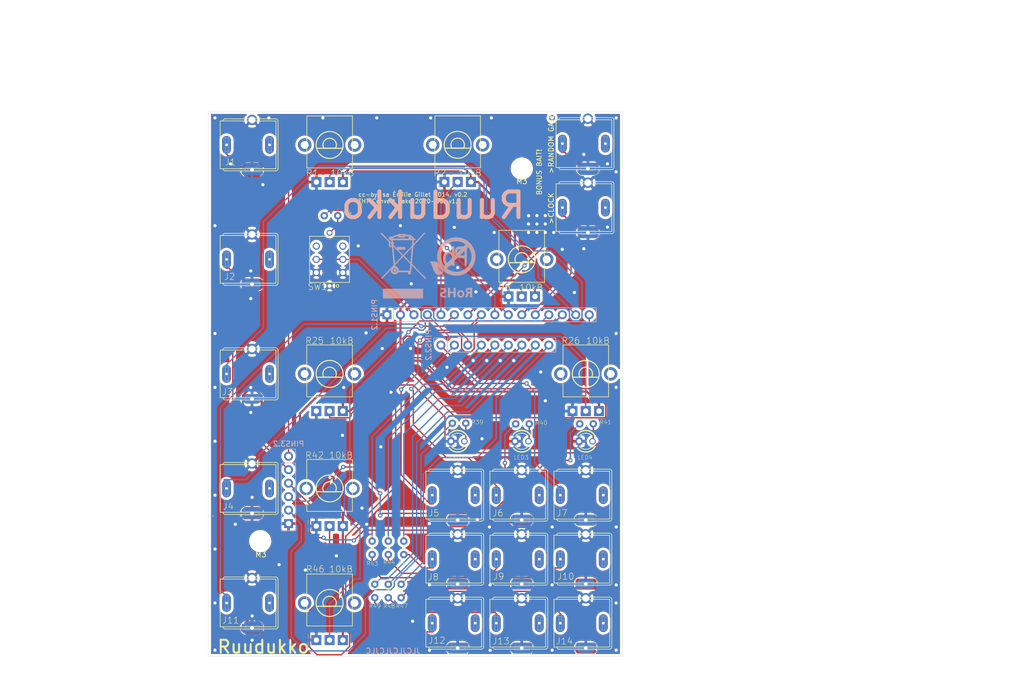
<source format=kicad_pcb>
(kicad_pcb (version 20171130) (host pcbnew "(5.1.5-0-10_14)")
  (layers (0 Top signal) (31 Bottom signal) (34 B.Paste user) (35 F.Paste user) (36 B.SilkS user) (37 F.SilkS user) (38 B.Mask user) (39 F.Mask user) (44 Edge.Cuts user))
  (net 0 "")
  (net 1 GND)
  (net 2 +5V)
  (net 3 "Net-(R4-Pad2)")
  (net 4 /LED_CLOCK)
  (net 5 "Net-(LED4-PadA)")
  (net 6 /LED_CH3)
  (net 7 "Net-(LED3-PadA)")
  (net 8 /LED_CH2)
  (net 9 "Net-(LED2-PadA)")
  (net 10 /LED_CH1)
  (net 11 "Net-(J8-PadTIP)")
  (net 12 "Net-(IC6-Pad15)")
  (net 13 "Net-(J9-PadTIP)")
  (net 14 "Net-(IC6-Pad1)")
  (net 15 "Net-(J10-PadTIP)")
  (net 16 "Net-(IC6-Pad2)")
  (net 17 "Net-(J12-PadTIP)")
  (net 18 "Net-(IC6-Pad3)")
  (net 19 "Net-(J13-PadTIP)")
  (net 20 "Net-(IC6-Pad4)")
  (net 21 "Net-(J14-PadTIP)")
  (net 22 "Net-(IC6-Pad5)")
  (net 23 "Net-(J8-PadSW)")
  (net 24 "Net-(J9-PadSW)")
  (net 25 "Net-(J10-PadSW)")
  (net 26 "Net-(J12-PadSW)")
  (net 27 "Net-(J13-PadSW)")
  (net 28 "Net-(J14-PadSW)")
  (net 29 /TEMPO)
  (net 30 /SW_RESET)
  (net 31 "Net-(IC6-Pad7)")
  (net 32 "Net-(IC6-Pad6)")
  (net 33 "Net-(R25-PadP$2)")
  (net 34 "Net-(J3-PadTIP)")
  (net 35 "Net-(R14-Pad1)")
  (net 36 "Net-(J4-PadTIP)")
  (net 37 "Net-(J4-PadSW)")
  (net 38 "Net-(R35-Pad1)")
  (net 39 "Net-(J11-PadTIP)")
  (net 40 "Net-(J11-PadSW)")
  (net 41 "Net-(R17-Pad1)")
  (net 42 "Net-(J5-PadTIP)")
  (net 43 "Net-(J5-PadSW)")
  (net 44 "Net-(R38-Pad1)")
  (net 45 "Net-(J6-PadTIP)")
  (net 46 "Net-(J6-PadSW)")
  (net 47 "Net-(R20-Pad1)")
  (net 48 "Net-(J7-PadTIP)")
  (net 49 "Net-(J7-PadSW)")
  (net 50 "Net-(J1-PadTIP)")
  (net 51 "Net-(J2-PadTIP)")
  (net 52 "Net-(J1-PadSW)")
  (net 53 "Net-(J2-PadSW)")
  (net 54 "Net-(SW1-PadP1)")
  (net 55 "Net-(SW1-PadP4)")
  (module grids_v02:WQP_PJ_301BM (layer Top) (at 180.5786 125.9586 90)
    (fp_text reference J7 (at -4.0894 -5.5726) (layer F.SilkS) (effects (font (size 1.2065 1.2065) (thickness 0.09652)) (justify left bottom)))
    (fp_text value PJ301WQP hide)
    (fp_line (start -4.3 1.4) (end -5.1 1.4) (layer Edge.Cuts) (width 0.05))
    (fp_line (start -4.3 -1.3) (end -4.3 1.4) (layer Edge.Cuts) (width 0.05))
    (fp_line (start -5.1 -1.3) (end -4.3 -1.3) (layer Edge.Cuts) (width 0.05))
    (fp_line (start -5.1 1.4) (end -5.1 -1.3) (layer Edge.Cuts) (width 0.05))
    (fp_line (start -1.3 -4.5) (end -1.3 -5.05) (layer Edge.Cuts) (width 0.05))
    (fp_line (start 1.3 -4.5) (end -1.3 -4.5) (layer Edge.Cuts) (width 0.05))
    (fp_line (start 1.3 -5.05) (end 1.3 -4.5) (layer Edge.Cuts) (width 0.05))
    (fp_line (start -1.3 -5.05) (end 1.3 -5.05) (layer Edge.Cuts) (width 0.05))
    (fp_line (start -1.3 3.6) (end -1.3 3.05) (layer Edge.Cuts) (width 0.05))
    (fp_line (start 1.3 3.6) (end -1.3 3.6) (layer Edge.Cuts) (width 0.05))
    (fp_line (start 1.3 3.05) (end 1.3 3.6) (layer Edge.Cuts) (width 0.05))
    (fp_line (start -1.3 3.05) (end 1.3 3.05) (layer Edge.Cuts) (width 0.05))
    (pad GND thru_hole oval (at -4.7 0 180) (size 3.556 1.778) (drill 0.7) (layers *.Cu *.Mask) (net 1 GND))
    (pad GND2 thru_hole circle (at 4.7 0 90) (size 1.95 1.95) (drill 1.3) (layers *.Cu *.Mask) (net 1 GND))
    (pad TIP thru_hole oval (at 0 -4.8 90) (size 3.3528 1.6764) (drill 0.5) (layers *.Cu *.Mask) (net 48 "Net-(J7-PadTIP)"))
    (pad SW thru_hole oval (at 0 3.3 90) (size 3.3528 1.6764) (drill 0.5) (layers *.Cu *.Mask) (net 49 "Net-(J7-PadSW)"))
  )
  (module MountingHole:MountingHole_3.2mm_M3 (layer Top) (at 168.529 64.389)
    (fp_text reference M3 (at 0 2.413) (layer F.SilkS))
    (fp_text value MountingHole_3.2mm_M3)
    (pad 1 np_thru_hole circle (at 0 0) (size 3.2 3.2) (drill 3.2) (layers *.Cu *.Mask))
  )
  (module MountingHole:MountingHole_3.2mm_M3 (layer Top) (at 119.253 134.62)
    (fp_text reference M3 (at 0.127 2.54) (layer F.SilkS))
    (fp_text value MountingHole_3.2mm_M3)
    (pad 1 np_thru_hole circle (at 0 0) (size 3.2 3.2) (drill 3.2) (layers *.Cu *.Mask))
  )
  (module Connector_PinHeader_2.54mm:PinHeader_1x06_P2.54mm_Vertical (layer Bottom) (at 124.587 118.618 180)
    (fp_text reference PINS3.2 (at 0 2.33) (layer B.SilkS) (effects (justify mirror)))
    (fp_text value PinHeader_1x06_P2.54mm_Vertical)
    (pad 6 thru_hole rect (at 0 -12.7 180) (size 1.7 1.7) (drill 1) (layers *.Cu *.Mask) (net 1 GND))
    (pad 5 thru_hole oval (at 0 -10.16 180) (size 1.7 1.7) (drill 1) (layers *.Cu *.Mask) (net 10 /LED_CH1))
    (pad 4 thru_hole oval (at 0 -7.62 180) (size 1.7 1.7) (drill 1) (layers *.Cu *.Mask) (net 8 /LED_CH2))
    (pad 3 thru_hole oval (at 0 -5.08 180) (size 1.7 1.7) (drill 1) (layers *.Cu *.Mask) (net 6 /LED_CH3))
    (pad 2 thru_hole oval (at 0 -2.54 180) (size 1.7 1.7) (drill 1) (layers *.Cu *.Mask) (net 51 "Net-(J2-PadTIP)"))
    (pad 1 thru_hole circle (at 0 0 180) (size 1.7 1.7) (drill 1) (layers *.Cu *.Mask) (net 50 "Net-(J1-PadTIP)"))
  )
  (module Connector_PinHeader_2.54mm:PinHeader_1x09_P2.54mm_Vertical (layer Bottom) (at 153.289 97.663 270)
    (fp_text reference PINS2.2 (at 0 2.33 270) (layer B.SilkS) (effects (justify mirror)))
    (fp_text value PinHeader_1x09_P2.54mm_Vertical)
    (pad 9 thru_hole oval (at 0 -20.32 270) (size 1.7 1.7) (drill 1) (layers *.Cu *.Mask) (net 22 "Net-(IC6-Pad5)"))
    (pad 8 thru_hole oval (at 0 -17.78 270) (size 1.7 1.7) (drill 1) (layers *.Cu *.Mask) (net 20 "Net-(IC6-Pad4)"))
    (pad 7 thru_hole oval (at 0 -15.24 270) (size 1.7 1.7) (drill 1) (layers *.Cu *.Mask) (net 18 "Net-(IC6-Pad3)"))
    (pad 6 thru_hole oval (at 0 -12.7 270) (size 1.7 1.7) (drill 1) (layers *.Cu *.Mask) (net 12 "Net-(IC6-Pad15)"))
    (pad 5 thru_hole oval (at 0 -10.16 270) (size 1.7 1.7) (drill 1) (layers *.Cu *.Mask) (net 14 "Net-(IC6-Pad1)"))
    (pad 4 thru_hole oval (at 0 -7.62 270) (size 1.7 1.7) (drill 1) (layers *.Cu *.Mask) (net 16 "Net-(IC6-Pad2)"))
    (pad 3 thru_hole oval (at 0 -5.08 270) (size 1.7 1.7) (drill 1) (layers *.Cu *.Mask) (net 42 "Net-(J5-PadTIP)"))
    (pad 2 thru_hole oval (at 0 -2.54 270) (size 1.7 1.7) (drill 1) (layers *.Cu *.Mask) (net 45 "Net-(J6-PadTIP)"))
    (pad 1 thru_hole circle (at 0 0 270) (size 1.7 1.7) (drill 1) (layers *.Cu *.Mask) (net 48 "Net-(J7-PadTIP)"))
  )
  (module grids_v02:WQP_PJ_301BM (layer Top) (at 180.975 71.755 90)
    (fp_text reference CLOCK_OUT hide)
    (fp_text value PJ301WQP)
    (fp_line (start -4.3 1.4) (end -5.1 1.4) (layer Edge.Cuts) (width 0.05))
    (fp_line (start -4.3 -1.3) (end -4.3 1.4) (layer Edge.Cuts) (width 0.05))
    (fp_line (start -5.1 -1.3) (end -4.3 -1.3) (layer Edge.Cuts) (width 0.05))
    (fp_line (start -5.1 1.4) (end -5.1 -1.3) (layer Edge.Cuts) (width 0.05))
    (fp_line (start -1.3 -4.5) (end -1.3 -5.05) (layer Edge.Cuts) (width 0.05))
    (fp_line (start 1.3 -4.5) (end -1.3 -4.5) (layer Edge.Cuts) (width 0.05))
    (fp_line (start 1.3 -5.05) (end 1.3 -4.5) (layer Edge.Cuts) (width 0.05))
    (fp_line (start -1.3 -5.05) (end 1.3 -5.05) (layer Edge.Cuts) (width 0.05))
    (fp_line (start -1.3 3.6) (end -1.3 3.05) (layer Edge.Cuts) (width 0.05))
    (fp_line (start 1.3 3.6) (end -1.3 3.6) (layer Edge.Cuts) (width 0.05))
    (fp_line (start 1.3 3.05) (end 1.3 3.6) (layer Edge.Cuts) (width 0.05))
    (fp_line (start -1.3 3.05) (end 1.3 3.05) (layer Edge.Cuts) (width 0.05))
    (pad GND thru_hole oval (at -4.7 0 180) (size 3.556 1.778) (drill 0.7) (layers *.Cu *.Mask) (net 1 GND))
    (pad GND2 thru_hole circle (at 4.7 0 90) (size 1.95 1.95) (drill 1.3) (layers *.Cu *.Mask) (net 1 GND))
    (pad TIP thru_hole oval (at 0 -4.8 90) (size 3.3528 1.6764) (drill 0.5) (layers *.Cu *.Mask) (net 32 "Net-(IC6-Pad6)"))
    (pad SW thru_hole oval (at 0 3.3 90) (size 3.3528 1.6764) (drill 0.5) (layers *.Cu *.Mask))
  )
  (module grids_v02:WQP_PJ_301BM (layer Top) (at 180.975 59.69 90)
    (fp_text reference RandomGate_out hide)
    (fp_text value PJ301WQP)
    (fp_line (start -4.3 1.4) (end -5.1 1.4) (layer Edge.Cuts) (width 0.05))
    (fp_line (start -4.3 -1.3) (end -4.3 1.4) (layer Edge.Cuts) (width 0.05))
    (fp_line (start -5.1 -1.3) (end -4.3 -1.3) (layer Edge.Cuts) (width 0.05))
    (fp_line (start -5.1 1.4) (end -5.1 -1.3) (layer Edge.Cuts) (width 0.05))
    (fp_line (start -1.3 -4.5) (end -1.3 -5.05) (layer Edge.Cuts) (width 0.05))
    (fp_line (start 1.3 -4.5) (end -1.3 -4.5) (layer Edge.Cuts) (width 0.05))
    (fp_line (start 1.3 -5.05) (end 1.3 -4.5) (layer Edge.Cuts) (width 0.05))
    (fp_line (start -1.3 -5.05) (end 1.3 -5.05) (layer Edge.Cuts) (width 0.05))
    (fp_line (start -1.3 3.6) (end -1.3 3.05) (layer Edge.Cuts) (width 0.05))
    (fp_line (start 1.3 3.6) (end -1.3 3.6) (layer Edge.Cuts) (width 0.05))
    (fp_line (start 1.3 3.05) (end 1.3 3.6) (layer Edge.Cuts) (width 0.05))
    (fp_line (start -1.3 3.05) (end 1.3 3.05) (layer Edge.Cuts) (width 0.05))
    (pad GND thru_hole oval (at -4.7 0 180) (size 3.556 1.778) (drill 0.7) (layers *.Cu *.Mask) (net 1 GND))
    (pad GND2 thru_hole circle (at 4.7 0 90) (size 1.95 1.95) (drill 1.3) (layers *.Cu *.Mask) (net 1 GND))
    (pad TIP thru_hole oval (at 0 -4.8 90) (size 3.3528 1.6764) (drill 0.5) (layers *.Cu *.Mask) (net 31 "Net-(IC6-Pad7)"))
    (pad SW thru_hole oval (at 0 3.3 90) (size 3.3528 1.6764) (drill 0.5) (layers *.Cu *.Mask))
  )
  (module grids_v02:WQP_PJ_301BM (layer Top) (at 168.5136 125.9586 90)
    (fp_text reference J6 (at -4.0894 -5.5726) (layer F.SilkS) (effects (font (size 1.2065 1.2065) (thickness 0.09652)) (justify left bottom)))
    (fp_text value PJ301WQP hide)
    (fp_line (start -1.3 3.05) (end 1.3 3.05) (layer Edge.Cuts) (width 0.05))
    (fp_line (start 1.3 3.05) (end 1.3 3.6) (layer Edge.Cuts) (width 0.05))
    (fp_line (start 1.3 3.6) (end -1.3 3.6) (layer Edge.Cuts) (width 0.05))
    (fp_line (start -1.3 3.6) (end -1.3 3.05) (layer Edge.Cuts) (width 0.05))
    (fp_line (start -1.3 -5.05) (end 1.3 -5.05) (layer Edge.Cuts) (width 0.05))
    (fp_line (start 1.3 -5.05) (end 1.3 -4.5) (layer Edge.Cuts) (width 0.05))
    (fp_line (start 1.3 -4.5) (end -1.3 -4.5) (layer Edge.Cuts) (width 0.05))
    (fp_line (start -1.3 -4.5) (end -1.3 -5.05) (layer Edge.Cuts) (width 0.05))
    (fp_line (start -5.1 1.4) (end -5.1 -1.3) (layer Edge.Cuts) (width 0.05))
    (fp_line (start -5.1 -1.3) (end -4.3 -1.3) (layer Edge.Cuts) (width 0.05))
    (fp_line (start -4.3 -1.3) (end -4.3 1.4) (layer Edge.Cuts) (width 0.05))
    (fp_line (start -4.3 1.4) (end -5.1 1.4) (layer Edge.Cuts) (width 0.05))
    (pad SW thru_hole oval (at 0 3.3 90) (size 3.3528 1.6764) (drill 0.5) (layers *.Cu *.Mask) (net 46 "Net-(J6-PadSW)"))
    (pad TIP thru_hole oval (at 0 -4.8 90) (size 3.3528 1.6764) (drill 0.5) (layers *.Cu *.Mask) (net 45 "Net-(J6-PadTIP)"))
    (pad GND2 thru_hole circle (at 4.7 0 90) (size 1.95 1.95) (drill 1.3) (layers *.Cu *.Mask) (net 1 GND))
    (pad GND thru_hole oval (at -4.7 0 180) (size 3.556 1.778) (drill 0.7) (layers *.Cu *.Mask) (net 1 GND))
  )
  (module grids_v02:WQP_PJ_301BM (layer Top) (at 156.4486 125.9586 90)
    (fp_text reference J5 (at -4.0894 -5.5726) (layer F.SilkS) (effects (font (size 1.2065 1.2065) (thickness 0.09652)) (justify left bottom)))
    (fp_text value PJ301WQP hide)
    (fp_line (start -1.3 3.05) (end 1.3 3.05) (layer Edge.Cuts) (width 0.05))
    (fp_line (start 1.3 3.05) (end 1.3 3.6) (layer Edge.Cuts) (width 0.05))
    (fp_line (start 1.3 3.6) (end -1.3 3.6) (layer Edge.Cuts) (width 0.05))
    (fp_line (start -1.3 3.6) (end -1.3 3.05) (layer Edge.Cuts) (width 0.05))
    (fp_line (start -1.3 -5.05) (end 1.3 -5.05) (layer Edge.Cuts) (width 0.05))
    (fp_line (start 1.3 -5.05) (end 1.3 -4.5) (layer Edge.Cuts) (width 0.05))
    (fp_line (start 1.3 -4.5) (end -1.3 -4.5) (layer Edge.Cuts) (width 0.05))
    (fp_line (start -1.3 -4.5) (end -1.3 -5.05) (layer Edge.Cuts) (width 0.05))
    (fp_line (start -5.1 1.4) (end -5.1 -1.3) (layer Edge.Cuts) (width 0.05))
    (fp_line (start -5.1 -1.3) (end -4.3 -1.3) (layer Edge.Cuts) (width 0.05))
    (fp_line (start -4.3 -1.3) (end -4.3 1.4) (layer Edge.Cuts) (width 0.05))
    (fp_line (start -4.3 1.4) (end -5.1 1.4) (layer Edge.Cuts) (width 0.05))
    (pad SW thru_hole oval (at 0 3.3 90) (size 3.3528 1.6764) (drill 0.5) (layers *.Cu *.Mask) (net 43 "Net-(J5-PadSW)"))
    (pad TIP thru_hole oval (at 0 -4.8 90) (size 3.3528 1.6764) (drill 0.5) (layers *.Cu *.Mask) (net 42 "Net-(J5-PadTIP)"))
    (pad GND2 thru_hole circle (at 4.7 0 90) (size 1.95 1.95) (drill 1.3) (layers *.Cu *.Mask) (net 1 GND))
    (pad GND thru_hole oval (at -4.7 0 180) (size 3.556 1.778) (drill 0.7) (layers *.Cu *.Mask) (net 1 GND))
  )
  (module grids_v02:WQP_PJ_301BM (layer Top) (at 117.7136 146.2786 90)
    (fp_text reference J11 (at -3.9624 -5.6996 180) (layer F.SilkS) (effects (font (size 1.2065 1.2065) (thickness 0.09652)) (justify left bottom)))
    (fp_text value PJ301WQP hide)
    (fp_line (start -1.3 3.05) (end 1.3 3.05) (layer Edge.Cuts) (width 0.05))
    (fp_line (start 1.3 3.05) (end 1.3 3.6) (layer Edge.Cuts) (width 0.05))
    (fp_line (start 1.3 3.6) (end -1.3 3.6) (layer Edge.Cuts) (width 0.05))
    (fp_line (start -1.3 3.6) (end -1.3 3.05) (layer Edge.Cuts) (width 0.05))
    (fp_line (start -1.3 -5.05) (end 1.3 -5.05) (layer Edge.Cuts) (width 0.05))
    (fp_line (start 1.3 -5.05) (end 1.3 -4.5) (layer Edge.Cuts) (width 0.05))
    (fp_line (start 1.3 -4.5) (end -1.3 -4.5) (layer Edge.Cuts) (width 0.05))
    (fp_line (start -1.3 -4.5) (end -1.3 -5.05) (layer Edge.Cuts) (width 0.05))
    (fp_line (start -5.1 1.4) (end -5.1 -1.3) (layer Edge.Cuts) (width 0.05))
    (fp_line (start -5.1 -1.3) (end -4.3 -1.3) (layer Edge.Cuts) (width 0.05))
    (fp_line (start -4.3 -1.3) (end -4.3 1.4) (layer Edge.Cuts) (width 0.05))
    (fp_line (start -4.3 1.4) (end -5.1 1.4) (layer Edge.Cuts) (width 0.05))
    (pad SW thru_hole oval (at 0 3.3 90) (size 3.3528 1.6764) (drill 0.5) (layers *.Cu *.Mask) (net 40 "Net-(J11-PadSW)"))
    (pad TIP thru_hole oval (at 0 -4.8 90) (size 3.3528 1.6764) (drill 0.5) (layers *.Cu *.Mask) (net 39 "Net-(J11-PadTIP)"))
    (pad GND2 thru_hole circle (at 4.7 0 90) (size 1.95 1.95) (drill 1.3) (layers *.Cu *.Mask) (net 1 GND))
    (pad GND thru_hole oval (at -4.7 0 180) (size 3.556 1.778) (drill 0.7) (layers *.Cu *.Mask) (net 1 GND))
  )
  (module grids_v02:WQP_PJ_301BM (layer Top) (at 117.7136 124.6886 90)
    (fp_text reference J4 (at -4.0894 -5.5726 180) (layer F.SilkS) (effects (font (size 1.2065 1.2065) (thickness 0.09652)) (justify left bottom)))
    (fp_text value PJ301WQP hide)
    (fp_line (start -1.3 3.05) (end 1.3 3.05) (layer Edge.Cuts) (width 0.05))
    (fp_line (start 1.3 3.05) (end 1.3 3.6) (layer Edge.Cuts) (width 0.05))
    (fp_line (start 1.3 3.6) (end -1.3 3.6) (layer Edge.Cuts) (width 0.05))
    (fp_line (start -1.3 3.6) (end -1.3 3.05) (layer Edge.Cuts) (width 0.05))
    (fp_line (start -1.3 -5.05) (end 1.3 -5.05) (layer Edge.Cuts) (width 0.05))
    (fp_line (start 1.3 -5.05) (end 1.3 -4.5) (layer Edge.Cuts) (width 0.05))
    (fp_line (start 1.3 -4.5) (end -1.3 -4.5) (layer Edge.Cuts) (width 0.05))
    (fp_line (start -1.3 -4.5) (end -1.3 -5.05) (layer Edge.Cuts) (width 0.05))
    (fp_line (start -5.1 1.4) (end -5.1 -1.3) (layer Edge.Cuts) (width 0.05))
    (fp_line (start -5.1 -1.3) (end -4.3 -1.3) (layer Edge.Cuts) (width 0.05))
    (fp_line (start -4.3 -1.3) (end -4.3 1.4) (layer Edge.Cuts) (width 0.05))
    (fp_line (start -4.3 1.4) (end -5.1 1.4) (layer Edge.Cuts) (width 0.05))
    (pad SW thru_hole oval (at 0 3.3 90) (size 3.3528 1.6764) (drill 0.5) (layers *.Cu *.Mask) (net 37 "Net-(J4-PadSW)"))
    (pad TIP thru_hole oval (at 0 -4.8 90) (size 3.3528 1.6764) (drill 0.5) (layers *.Cu *.Mask) (net 36 "Net-(J4-PadTIP)"))
    (pad GND2 thru_hole circle (at 4.7 0 90) (size 1.95 1.95) (drill 1.3) (layers *.Cu *.Mask) (net 1 GND))
    (pad GND thru_hole oval (at -4.7 0 180) (size 3.556 1.778) (drill 0.7) (layers *.Cu *.Mask) (net 1 GND))
  )
  (module grids_v02:WQP_PJ_301BM (layer Top) (at 117.7136 103.0986 90)
    (fp_text reference J3 (at -4.0894 -5.6996 180) (layer F.SilkS) (effects (font (size 1.2065 1.2065) (thickness 0.09652)) (justify left bottom)))
    (fp_text value PJ301WQP hide)
    (fp_line (start -1.3 3.05) (end 1.3 3.05) (layer Edge.Cuts) (width 0.05))
    (fp_line (start 1.3 3.05) (end 1.3 3.6) (layer Edge.Cuts) (width 0.05))
    (fp_line (start 1.3 3.6) (end -1.3 3.6) (layer Edge.Cuts) (width 0.05))
    (fp_line (start -1.3 3.6) (end -1.3 3.05) (layer Edge.Cuts) (width 0.05))
    (fp_line (start -1.3 -5.05) (end 1.3 -5.05) (layer Edge.Cuts) (width 0.05))
    (fp_line (start 1.3 -5.05) (end 1.3 -4.5) (layer Edge.Cuts) (width 0.05))
    (fp_line (start 1.3 -4.5) (end -1.3 -4.5) (layer Edge.Cuts) (width 0.05))
    (fp_line (start -1.3 -4.5) (end -1.3 -5.05) (layer Edge.Cuts) (width 0.05))
    (fp_line (start -5.1 1.4) (end -5.1 -1.3) (layer Edge.Cuts) (width 0.05))
    (fp_line (start -5.1 -1.3) (end -4.3 -1.3) (layer Edge.Cuts) (width 0.05))
    (fp_line (start -4.3 -1.3) (end -4.3 1.4) (layer Edge.Cuts) (width 0.05))
    (fp_line (start -4.3 1.4) (end -5.1 1.4) (layer Edge.Cuts) (width 0.05))
    (pad SW thru_hole oval (at 0 3.3 90) (size 3.3528 1.6764) (drill 0.5) (layers *.Cu *.Mask))
    (pad TIP thru_hole oval (at 0 -4.8 90) (size 3.3528 1.6764) (drill 0.5) (layers *.Cu *.Mask) (net 34 "Net-(J3-PadTIP)"))
    (pad GND2 thru_hole circle (at 4.7 0 90) (size 1.95 1.95) (drill 1.3) (layers *.Cu *.Mask) (net 1 GND))
    (pad GND thru_hole oval (at -4.7 0 180) (size 3.556 1.778) (drill 0.7) (layers *.Cu *.Mask) (net 1 GND))
  )
  (module grids_v02:WQP_PJ_301BM (layer Top) (at 117.7136 81.5086 90)
    (fp_text reference J2 (at -3.9624 -5.3186 180) (layer F.SilkS) (effects (font (size 1.2065 1.2065) (thickness 0.09652)) (justify left bottom)))
    (fp_text value PJ301WQP hide)
    (fp_line (start -1.3 3.05) (end 1.3 3.05) (layer Edge.Cuts) (width 0.05))
    (fp_line (start 1.3 3.05) (end 1.3 3.6) (layer Edge.Cuts) (width 0.05))
    (fp_line (start 1.3 3.6) (end -1.3 3.6) (layer Edge.Cuts) (width 0.05))
    (fp_line (start -1.3 3.6) (end -1.3 3.05) (layer Edge.Cuts) (width 0.05))
    (fp_line (start -1.3 -5.05) (end 1.3 -5.05) (layer Edge.Cuts) (width 0.05))
    (fp_line (start 1.3 -5.05) (end 1.3 -4.5) (layer Edge.Cuts) (width 0.05))
    (fp_line (start 1.3 -4.5) (end -1.3 -4.5) (layer Edge.Cuts) (width 0.05))
    (fp_line (start -1.3 -4.5) (end -1.3 -5.05) (layer Edge.Cuts) (width 0.05))
    (fp_line (start -5.1 1.4) (end -5.1 -1.3) (layer Edge.Cuts) (width 0.05))
    (fp_line (start -5.1 -1.3) (end -4.3 -1.3) (layer Edge.Cuts) (width 0.05))
    (fp_line (start -4.3 -1.3) (end -4.3 1.4) (layer Edge.Cuts) (width 0.05))
    (fp_line (start -4.3 1.4) (end -5.1 1.4) (layer Edge.Cuts) (width 0.05))
    (pad SW thru_hole oval (at 0 3.3 90) (size 3.3528 1.6764) (drill 0.5) (layers *.Cu *.Mask) (net 53 "Net-(J2-PadSW)"))
    (pad TIP thru_hole oval (at 0 -4.8 90) (size 3.3528 1.6764) (drill 0.5) (layers *.Cu *.Mask) (net 51 "Net-(J2-PadTIP)"))
    (pad GND2 thru_hole circle (at 4.7 0 90) (size 1.95 1.95) (drill 1.3) (layers *.Cu *.Mask) (net 1 GND))
    (pad GND thru_hole oval (at -4.7 0 180) (size 3.556 1.778) (drill 0.7) (layers *.Cu *.Mask) (net 1 GND))
  )
  (module grids_v02:WQP_PJ_301BM (layer Top) (at 117.7136 59.9186 90)
    (fp_text reference J1 (at -3.9624 -5.1916 180) (layer F.SilkS) (effects (font (size 1.2065 1.2065) (thickness 0.09652)) (justify left bottom)))
    (fp_text value PJ301WQP hide)
    (fp_line (start -1.3 3.05) (end 1.3 3.05) (layer Edge.Cuts) (width 0.05))
    (fp_line (start 1.3 3.05) (end 1.3 3.6) (layer Edge.Cuts) (width 0.05))
    (fp_line (start 1.3 3.6) (end -1.3 3.6) (layer Edge.Cuts) (width 0.05))
    (fp_line (start -1.3 3.6) (end -1.3 3.05) (layer Edge.Cuts) (width 0.05))
    (fp_line (start -1.3 -5.05) (end 1.3 -5.05) (layer Edge.Cuts) (width 0.05))
    (fp_line (start 1.3 -5.05) (end 1.3 -4.5) (layer Edge.Cuts) (width 0.05))
    (fp_line (start 1.3 -4.5) (end -1.3 -4.5) (layer Edge.Cuts) (width 0.05))
    (fp_line (start -1.3 -4.5) (end -1.3 -5.05) (layer Edge.Cuts) (width 0.05))
    (fp_line (start -5.1 1.4) (end -5.1 -1.3) (layer Edge.Cuts) (width 0.05))
    (fp_line (start -5.1 -1.3) (end -4.3 -1.3) (layer Edge.Cuts) (width 0.05))
    (fp_line (start -4.3 -1.3) (end -4.3 1.4) (layer Edge.Cuts) (width 0.05))
    (fp_line (start -4.3 1.4) (end -5.1 1.4) (layer Edge.Cuts) (width 0.05))
    (pad SW thru_hole oval (at 0 3.3 90) (size 3.3528 1.6764) (drill 0.5) (layers *.Cu *.Mask) (net 52 "Net-(J1-PadSW)"))
    (pad TIP thru_hole oval (at 0 -4.8 90) (size 3.3528 1.6764) (drill 0.5) (layers *.Cu *.Mask) (net 50 "Net-(J1-PadTIP)"))
    (pad GND2 thru_hole circle (at 4.7 0 90) (size 1.95 1.95) (drill 1.3) (layers *.Cu *.Mask) (net 1 GND))
    (pad GND thru_hole oval (at -4.7 0 180) (size 3.556 1.778) (drill 0.7) (layers *.Cu *.Mask) (net 1 GND))
  )
  (module grids_v02:WQP_PJ_301BM (layer Top) (at 180.5786 150.0886 90)
    (fp_text reference J14 (at -4.0894 -5.6996) (layer F.SilkS) (effects (font (size 1.2065 1.2065) (thickness 0.09652)) (justify left bottom)))
    (fp_text value PJ301WQP hide)
    (fp_line (start -1.3 3.05) (end 1.3 3.05) (layer Edge.Cuts) (width 0.05))
    (fp_line (start 1.3 3.05) (end 1.3 3.6) (layer Edge.Cuts) (width 0.05))
    (fp_line (start 1.3 3.6) (end -1.3 3.6) (layer Edge.Cuts) (width 0.05))
    (fp_line (start -1.3 3.6) (end -1.3 3.05) (layer Edge.Cuts) (width 0.05))
    (fp_line (start -1.3 -5.05) (end 1.3 -5.05) (layer Edge.Cuts) (width 0.05))
    (fp_line (start 1.3 -5.05) (end 1.3 -4.5) (layer Edge.Cuts) (width 0.05))
    (fp_line (start 1.3 -4.5) (end -1.3 -4.5) (layer Edge.Cuts) (width 0.05))
    (fp_line (start -1.3 -4.5) (end -1.3 -5.05) (layer Edge.Cuts) (width 0.05))
    (fp_line (start -5.1 1.4) (end -5.1 -1.3) (layer Edge.Cuts) (width 0.05))
    (fp_line (start -5.1 -1.3) (end -4.3 -1.3) (layer Edge.Cuts) (width 0.05))
    (fp_line (start -4.3 -1.3) (end -4.3 1.4) (layer Edge.Cuts) (width 0.05))
    (fp_line (start -4.3 1.4) (end -5.1 1.4) (layer Edge.Cuts) (width 0.05))
    (pad SW thru_hole oval (at 0 3.3 90) (size 3.3528 1.6764) (drill 0.5) (layers *.Cu *.Mask) (net 28 "Net-(J14-PadSW)"))
    (pad TIP thru_hole oval (at 0 -4.8 90) (size 3.3528 1.6764) (drill 0.5) (layers *.Cu *.Mask) (net 21 "Net-(J14-PadTIP)"))
    (pad GND2 thru_hole circle (at 4.7 0 90) (size 1.95 1.95) (drill 1.3) (layers *.Cu *.Mask) (net 1 GND))
    (pad GND thru_hole oval (at -4.7 0 180) (size 3.556 1.778) (drill 0.7) (layers *.Cu *.Mask) (net 1 GND))
  )
  (module grids_v02:WQP_PJ_301BM (layer Top) (at 168.5136 150.0886 90)
    (fp_text reference J13 (at -4.0894 -5.5726) (layer F.SilkS) (effects (font (size 1.2065 1.2065) (thickness 0.09652)) (justify left bottom)))
    (fp_text value PJ301WQP hide)
    (fp_line (start -1.3 3.05) (end 1.3 3.05) (layer Edge.Cuts) (width 0.05))
    (fp_line (start 1.3 3.05) (end 1.3 3.6) (layer Edge.Cuts) (width 0.05))
    (fp_line (start 1.3 3.6) (end -1.3 3.6) (layer Edge.Cuts) (width 0.05))
    (fp_line (start -1.3 3.6) (end -1.3 3.05) (layer Edge.Cuts) (width 0.05))
    (fp_line (start -1.3 -5.05) (end 1.3 -5.05) (layer Edge.Cuts) (width 0.05))
    (fp_line (start 1.3 -5.05) (end 1.3 -4.5) (layer Edge.Cuts) (width 0.05))
    (fp_line (start 1.3 -4.5) (end -1.3 -4.5) (layer Edge.Cuts) (width 0.05))
    (fp_line (start -1.3 -4.5) (end -1.3 -5.05) (layer Edge.Cuts) (width 0.05))
    (fp_line (start -5.1 1.4) (end -5.1 -1.3) (layer Edge.Cuts) (width 0.05))
    (fp_line (start -5.1 -1.3) (end -4.3 -1.3) (layer Edge.Cuts) (width 0.05))
    (fp_line (start -4.3 -1.3) (end -4.3 1.4) (layer Edge.Cuts) (width 0.05))
    (fp_line (start -4.3 1.4) (end -5.1 1.4) (layer Edge.Cuts) (width 0.05))
    (pad SW thru_hole oval (at 0 3.3 90) (size 3.3528 1.6764) (drill 0.5) (layers *.Cu *.Mask) (net 27 "Net-(J13-PadSW)"))
    (pad TIP thru_hole oval (at 0 -4.8 90) (size 3.3528 1.6764) (drill 0.5) (layers *.Cu *.Mask) (net 19 "Net-(J13-PadTIP)"))
    (pad GND2 thru_hole circle (at 4.7 0 90) (size 1.95 1.95) (drill 1.3) (layers *.Cu *.Mask) (net 1 GND))
    (pad GND thru_hole oval (at -4.7 0 180) (size 3.556 1.778) (drill 0.7) (layers *.Cu *.Mask) (net 1 GND))
  )
  (module grids_v02:WQP_PJ_301BM (layer Top) (at 156.4486 150.0886 90)
    (fp_text reference J12 (at -3.9624 -5.5726) (layer F.SilkS) (effects (font (size 1.2065 1.2065) (thickness 0.09652)) (justify left bottom)))
    (fp_text value PJ301WQP hide)
    (fp_line (start -1.3 3.05) (end 1.3 3.05) (layer Edge.Cuts) (width 0.05))
    (fp_line (start 1.3 3.05) (end 1.3 3.6) (layer Edge.Cuts) (width 0.05))
    (fp_line (start 1.3 3.6) (end -1.3 3.6) (layer Edge.Cuts) (width 0.05))
    (fp_line (start -1.3 3.6) (end -1.3 3.05) (layer Edge.Cuts) (width 0.05))
    (fp_line (start -1.3 -5.05) (end 1.3 -5.05) (layer Edge.Cuts) (width 0.05))
    (fp_line (start 1.3 -5.05) (end 1.3 -4.5) (layer Edge.Cuts) (width 0.05))
    (fp_line (start 1.3 -4.5) (end -1.3 -4.5) (layer Edge.Cuts) (width 0.05))
    (fp_line (start -1.3 -4.5) (end -1.3 -5.05) (layer Edge.Cuts) (width 0.05))
    (fp_line (start -5.1 1.4) (end -5.1 -1.3) (layer Edge.Cuts) (width 0.05))
    (fp_line (start -5.1 -1.3) (end -4.3 -1.3) (layer Edge.Cuts) (width 0.05))
    (fp_line (start -4.3 -1.3) (end -4.3 1.4) (layer Edge.Cuts) (width 0.05))
    (fp_line (start -4.3 1.4) (end -5.1 1.4) (layer Edge.Cuts) (width 0.05))
    (pad SW thru_hole oval (at 0 3.3 90) (size 3.3528 1.6764) (drill 0.5) (layers *.Cu *.Mask) (net 26 "Net-(J12-PadSW)"))
    (pad TIP thru_hole oval (at 0 -4.8 90) (size 3.3528 1.6764) (drill 0.5) (layers *.Cu *.Mask) (net 17 "Net-(J12-PadTIP)"))
    (pad GND2 thru_hole circle (at 4.7 0 90) (size 1.95 1.95) (drill 1.3) (layers *.Cu *.Mask) (net 1 GND))
    (pad GND thru_hole oval (at -4.7 0 180) (size 3.556 1.778) (drill 0.7) (layers *.Cu *.Mask) (net 1 GND))
  )
  (module grids_v02:WQP_PJ_301BM (layer Top) (at 180.5786 138.0236 90)
    (fp_text reference J10 (at -3.9624 -5.4456) (layer F.SilkS) (effects (font (size 1.2065 1.2065) (thickness 0.09652)) (justify left bottom)))
    (fp_text value PJ301WQP hide)
    (fp_line (start -1.3 3.05) (end 1.3 3.05) (layer Edge.Cuts) (width 0.05))
    (fp_line (start 1.3 3.05) (end 1.3 3.6) (layer Edge.Cuts) (width 0.05))
    (fp_line (start 1.3 3.6) (end -1.3 3.6) (layer Edge.Cuts) (width 0.05))
    (fp_line (start -1.3 3.6) (end -1.3 3.05) (layer Edge.Cuts) (width 0.05))
    (fp_line (start -1.3 -5.05) (end 1.3 -5.05) (layer Edge.Cuts) (width 0.05))
    (fp_line (start 1.3 -5.05) (end 1.3 -4.5) (layer Edge.Cuts) (width 0.05))
    (fp_line (start 1.3 -4.5) (end -1.3 -4.5) (layer Edge.Cuts) (width 0.05))
    (fp_line (start -1.3 -4.5) (end -1.3 -5.05) (layer Edge.Cuts) (width 0.05))
    (fp_line (start -5.1 1.4) (end -5.1 -1.3) (layer Edge.Cuts) (width 0.05))
    (fp_line (start -5.1 -1.3) (end -4.3 -1.3) (layer Edge.Cuts) (width 0.05))
    (fp_line (start -4.3 -1.3) (end -4.3 1.4) (layer Edge.Cuts) (width 0.05))
    (fp_line (start -4.3 1.4) (end -5.1 1.4) (layer Edge.Cuts) (width 0.05))
    (pad SW thru_hole oval (at 0 3.3 90) (size 3.3528 1.6764) (drill 0.5) (layers *.Cu *.Mask) (net 25 "Net-(J10-PadSW)"))
    (pad TIP thru_hole oval (at 0 -4.8 90) (size 3.3528 1.6764) (drill 0.5) (layers *.Cu *.Mask) (net 15 "Net-(J10-PadTIP)"))
    (pad GND2 thru_hole circle (at 4.7 0 90) (size 1.95 1.95) (drill 1.3) (layers *.Cu *.Mask) (net 1 GND))
    (pad GND thru_hole oval (at -4.7 0 180) (size 3.556 1.778) (drill 0.7) (layers *.Cu *.Mask) (net 1 GND))
  )
  (module grids_v02:WQP_PJ_301BM (layer Top) (at 168.5136 138.0236 90)
    (fp_text reference J9 (at -3.9624 -5.4456) (layer F.SilkS) (effects (font (size 1.2065 1.2065) (thickness 0.09652)) (justify left bottom)))
    (fp_text value PJ301WQP hide)
    (fp_line (start -1.3 3.05) (end 1.3 3.05) (layer Edge.Cuts) (width 0.05))
    (fp_line (start 1.3 3.05) (end 1.3 3.6) (layer Edge.Cuts) (width 0.05))
    (fp_line (start 1.3 3.6) (end -1.3 3.6) (layer Edge.Cuts) (width 0.05))
    (fp_line (start -1.3 3.6) (end -1.3 3.05) (layer Edge.Cuts) (width 0.05))
    (fp_line (start -1.3 -5.05) (end 1.3 -5.05) (layer Edge.Cuts) (width 0.05))
    (fp_line (start 1.3 -5.05) (end 1.3 -4.5) (layer Edge.Cuts) (width 0.05))
    (fp_line (start 1.3 -4.5) (end -1.3 -4.5) (layer Edge.Cuts) (width 0.05))
    (fp_line (start -1.3 -4.5) (end -1.3 -5.05) (layer Edge.Cuts) (width 0.05))
    (fp_line (start -5.1 1.4) (end -5.1 -1.3) (layer Edge.Cuts) (width 0.05))
    (fp_line (start -5.1 -1.3) (end -4.3 -1.3) (layer Edge.Cuts) (width 0.05))
    (fp_line (start -4.3 -1.3) (end -4.3 1.4) (layer Edge.Cuts) (width 0.05))
    (fp_line (start -4.3 1.4) (end -5.1 1.4) (layer Edge.Cuts) (width 0.05))
    (pad SW thru_hole oval (at 0 3.3 90) (size 3.3528 1.6764) (drill 0.5) (layers *.Cu *.Mask) (net 24 "Net-(J9-PadSW)"))
    (pad TIP thru_hole oval (at 0 -4.8 90) (size 3.3528 1.6764) (drill 0.5) (layers *.Cu *.Mask) (net 13 "Net-(J9-PadTIP)"))
    (pad GND2 thru_hole circle (at 4.7 0 90) (size 1.95 1.95) (drill 1.3) (layers *.Cu *.Mask) (net 1 GND))
    (pad GND thru_hole oval (at -4.7 0 180) (size 3.556 1.778) (drill 0.7) (layers *.Cu *.Mask) (net 1 GND))
  )
  (module grids_v02:WQP_PJ_301BM (layer Top) (at 156.4486 138.0236 90)
    (fp_text reference J8 (at -4.0894 -5.6996) (layer F.SilkS) (effects (font (size 1.2065 1.2065) (thickness 0.09652)) (justify left bottom)))
    (fp_text value PJ301WQP hide)
    (fp_line (start -1.3 3.05) (end 1.3 3.05) (layer Edge.Cuts) (width 0.05))
    (fp_line (start 1.3 3.05) (end 1.3 3.6) (layer Edge.Cuts) (width 0.05))
    (fp_line (start 1.3 3.6) (end -1.3 3.6) (layer Edge.Cuts) (width 0.05))
    (fp_line (start -1.3 3.6) (end -1.3 3.05) (layer Edge.Cuts) (width 0.05))
    (fp_line (start -1.3 -5.05) (end 1.3 -5.05) (layer Edge.Cuts) (width 0.05))
    (fp_line (start 1.3 -5.05) (end 1.3 -4.5) (layer Edge.Cuts) (width 0.05))
    (fp_line (start 1.3 -4.5) (end -1.3 -4.5) (layer Edge.Cuts) (width 0.05))
    (fp_line (start -1.3 -4.5) (end -1.3 -5.05) (layer Edge.Cuts) (width 0.05))
    (fp_line (start -5.1 1.4) (end -5.1 -1.3) (layer Edge.Cuts) (width 0.05))
    (fp_line (start -5.1 -1.3) (end -4.3 -1.3) (layer Edge.Cuts) (width 0.05))
    (fp_line (start -4.3 -1.3) (end -4.3 1.4) (layer Edge.Cuts) (width 0.05))
    (fp_line (start -4.3 1.4) (end -5.1 1.4) (layer Edge.Cuts) (width 0.05))
    (pad SW thru_hole oval (at 0 3.3 90) (size 3.3528 1.6764) (drill 0.5) (layers *.Cu *.Mask) (net 23 "Net-(J8-PadSW)"))
    (pad TIP thru_hole oval (at 0 -4.8 90) (size 3.3528 1.6764) (drill 0.5) (layers *.Cu *.Mask) (net 11 "Net-(J8-PadTIP)"))
    (pad GND2 thru_hole circle (at 4.7 0 90) (size 1.95 1.95) (drill 1.3) (layers *.Cu *.Mask) (net 1 GND))
    (pad GND thru_hole oval (at -4.7 0 180) (size 3.556 1.778) (drill 0.7) (layers *.Cu *.Mask) (net 1 GND))
  )
  (module Connector_PinHeader_2.54mm:PinHeader_1x16_P2.54mm_Vertical (layer Bottom) (at 143.129 91.948 270)
    (fp_text reference PINS1.2 (at 0 2.33 270) (layer B.SilkS) (effects (justify mirror)))
    (fp_text value PinHeader_1x16_P2.54mm_Vertical)
    (pad 16 thru_hole oval (at 0 -38.1 270) (size 1.7 1.7) (drill 1) (layers *.Cu *.Mask) (net 35 "Net-(R14-Pad1)"))
    (pad 15 thru_hole oval (at 0 -35.56 270) (size 1.7 1.7) (drill 1) (layers *.Cu *.Mask) (net 29 /TEMPO))
    (pad 14 thru_hole oval (at 0 -33.02 270) (size 1.7 1.7) (drill 1) (layers *.Cu *.Mask) (net 33 "Net-(R25-PadP$2)"))
    (pad 13 thru_hole oval (at 0 -30.48 270) (size 1.7 1.7) (drill 1) (layers *.Cu *.Mask) (net 36 "Net-(J4-PadTIP)"))
    (pad 12 thru_hole oval (at 0 -27.94 270) (size 1.7 1.7) (drill 1) (layers *.Cu *.Mask) (net 34 "Net-(J3-PadTIP)"))
    (pad 11 thru_hole oval (at 0 -25.4 270) (size 1.7 1.7) (drill 1) (layers *.Cu *.Mask) (net 31 "Net-(IC6-Pad7)"))
    (pad 10 thru_hole oval (at 0 -22.86 270) (size 1.7 1.7) (drill 1) (layers *.Cu *.Mask) (net 32 "Net-(IC6-Pad6)"))
    (pad 9 thru_hole oval (at 0 -20.32 270) (size 1.7 1.7) (drill 1) (layers *.Cu *.Mask) (net 4 /LED_CLOCK))
    (pad 8 thru_hole oval (at 0 -17.78 270) (size 1.7 1.7) (drill 1) (layers *.Cu *.Mask) (net 39 "Net-(J11-PadTIP)"))
    (pad 7 thru_hole oval (at 0 -15.24 270) (size 1.7 1.7) (drill 1) (layers *.Cu *.Mask) (net 44 "Net-(R38-Pad1)"))
    (pad 6 thru_hole oval (at 0 -12.7 270) (size 1.7 1.7) (drill 1) (layers *.Cu *.Mask) (net 38 "Net-(R35-Pad1)"))
    (pad 5 thru_hole oval (at 0 -10.16 270) (size 1.7 1.7) (drill 1) (layers *.Cu *.Mask) (net 41 "Net-(R17-Pad1)"))
    (pad 4 thru_hole oval (at 0 -7.62 270) (size 1.7 1.7) (drill 1) (layers *.Cu *.Mask) (net 47 "Net-(R20-Pad1)"))
    (pad 3 thru_hole oval (at 0 -5.08 270) (size 1.7 1.7) (drill 1) (layers *.Cu *.Mask) (net 30 /SW_RESET))
    (pad 2 thru_hole oval (at 0 -2.54 270) (size 1.7 1.7) (drill 1) (layers *.Cu *.Mask) (net 2 +5V))
    (pad 1 thru_hole rect (at 0 0 270) (size 1.7 1.7) (drill 1) (layers *.Cu *.Mask) (net 1 GND))
  )
  (module grids_v02:FIDUCIAL-1X2 (layer Top) (at 117.7136 61.1886 90)
    (fp_text reference F2 hide)
    (fp_text value FIDUCIAL1X2 hide)
    (pad 1 smd roundrect (at 0 0 90) (size 1 1) (layers Top F.Mask) (roundrect_rratio 0.5))
  )
  (module Resistor_THT:R_Axial_DIN0204_L3.6mm_D1.6mm_P2.54mm_Vertical (layer Top) (at 140.335 134.62 270)
    (fp_text reference R43 (at 4.699 1.143) (layer F.SilkS) (effects (font (size 0.77216 0.77216) (thickness 0.061772)) (justify left bottom)))
    (fp_text value 1.0k)
    (pad 2 thru_hole oval (at 2.54 0 270) (size 1.4 1.4) (drill 0.7) (layers *.Cu *.Mask) (net 15 "Net-(J10-PadTIP)"))
    (pad 1 thru_hole circle (at 0 0 270) (size 1.4 1.4) (drill 0.7) (layers *.Cu *.Mask) (net 16 "Net-(IC6-Pad2)"))
  )
  (module Resistor_THT:R_Axial_DIN0204_L3.6mm_D1.6mm_P2.54mm_Vertical (layer Top) (at 143.383 134.62 270)
    (fp_text reference R44 (at 4.445 1.016) (layer F.SilkS) (effects (font (size 0.77216 0.77216) (thickness 0.061772)) (justify left bottom)))
    (fp_text value 1.0k)
    (pad 2 thru_hole oval (at 2.54 0 270) (size 1.4 1.4) (drill 0.7) (layers *.Cu *.Mask) (net 13 "Net-(J9-PadTIP)"))
    (pad 1 thru_hole circle (at 0 0 270) (size 1.4 1.4) (drill 0.7) (layers *.Cu *.Mask) (net 14 "Net-(IC6-Pad1)"))
  )
  (module Resistor_THT:R_Axial_DIN0204_L3.6mm_D1.6mm_P2.54mm_Vertical (layer Top) (at 146.304 134.62 270)
    (fp_text reference R45 (at 4.572 1.143) (layer F.SilkS) (effects (font (size 0.77216 0.77216) (thickness 0.061772)) (justify left bottom)))
    (fp_text value 1.0k)
    (pad 2 thru_hole oval (at 2.54 0 270) (size 1.4 1.4) (drill 0.7) (layers *.Cu *.Mask) (net 11 "Net-(J8-PadTIP)"))
    (pad 1 thru_hole circle (at 0 0 270) (size 1.4 1.4) (drill 0.7) (layers *.Cu *.Mask) (net 12 "Net-(IC6-Pad15)"))
  )
  (module Resistor_THT:R_Axial_DIN0204_L3.6mm_D1.6mm_P2.54mm_Vertical (layer Top) (at 145.796 142.748 270)
    (fp_text reference R47 (at 4.572 1.016) (layer F.SilkS) (effects (font (size 0.77216 0.77216) (thickness 0.061772)) (justify left bottom)))
    (fp_text value 1.0k)
    (pad 2 thru_hole oval (at 2.54 0 270) (size 1.4 1.4) (drill 0.7) (layers *.Cu *.Mask) (net 21 "Net-(J14-PadTIP)"))
    (pad 1 thru_hole circle (at 0 0 270) (size 1.4 1.4) (drill 0.7) (layers *.Cu *.Mask) (net 22 "Net-(IC6-Pad5)"))
  )
  (module Resistor_THT:R_Axial_DIN0204_L3.6mm_D1.6mm_P2.54mm_Vertical (layer Top) (at 143.383 142.748 270)
    (fp_text reference R48 (at 4.572 1.016) (layer F.SilkS) (effects (font (size 0.77216 0.77216) (thickness 0.061772)) (justify left bottom)))
    (fp_text value 1.0k)
    (pad 2 thru_hole oval (at 2.54 0 270) (size 1.4 1.4) (drill 0.7) (layers *.Cu *.Mask) (net 19 "Net-(J13-PadTIP)"))
    (pad 1 thru_hole circle (at 0 0 270) (size 1.4 1.4) (drill 0.7) (layers *.Cu *.Mask) (net 20 "Net-(IC6-Pad4)"))
  )
  (module Resistor_THT:R_Axial_DIN0204_L3.6mm_D1.6mm_P2.54mm_Vertical (layer Top) (at 140.843 142.748 270)
    (fp_text reference R49 (at 4.572 1.143) (layer F.SilkS) (effects (font (size 0.77216 0.77216) (thickness 0.061772)) (justify left bottom)))
    (fp_text value 1.0k)
    (pad 2 thru_hole oval (at 2.54 0 270) (size 1.4 1.4) (drill 0.7) (layers *.Cu *.Mask) (net 17 "Net-(J12-PadTIP)"))
    (pad 1 thru_hole circle (at 0 0 270) (size 1.4 1.4) (drill 0.7) (layers *.Cu *.Mask) (net 18 "Net-(IC6-Pad3)"))
  )
  (module Resistor_THT:R_Axial_DIN0204_L3.6mm_D1.6mm_P2.54mm_Vertical (layer Top) (at 131.318 73.279)
    (fp_text reference R4 (at 3.683 -0.127 -180) (layer F.SilkS) (effects (font (size 0.77216 0.77216) (thickness 0.061772)) (justify left bottom)))
    (fp_text value 100)
    (pad 2 thru_hole oval (at 2.54 0) (size 1.4 1.4) (drill 0.7) (layers *.Cu *.Mask) (net 3 "Net-(R4-Pad2)"))
    (pad 1 thru_hole circle (at 0 0) (size 1.4 1.4) (drill 0.7) (layers *.Cu *.Mask) (net 4 /LED_CLOCK))
  )
  (module Resistor_THT:R_Axial_DIN0204_L3.6mm_D1.6mm_P2.54mm_Vertical (layer Top) (at 155.448 112.395)
    (fp_text reference R39 (at 3.556 0.254) (layer F.SilkS) (effects (font (size 0.77216 0.77216) (thickness 0.061772)) (justify left bottom)))
    (fp_text value 100)
    (pad 2 thru_hole oval (at 2.54 0) (size 1.4 1.4) (drill 0.7) (layers *.Cu *.Mask) (net 9 "Net-(LED2-PadA)"))
    (pad 1 thru_hole circle (at 0 0) (size 1.4 1.4) (drill 0.7) (layers *.Cu *.Mask) (net 10 /LED_CH1))
  )
  (module Resistor_THT:R_Axial_DIN0204_L3.6mm_D1.6mm_P2.54mm_Vertical (layer Top) (at 167.386 112.522)
    (fp_text reference R40 (at 3.683 0.254) (layer F.SilkS) (effects (font (size 0.77216 0.77216) (thickness 0.061772)) (justify left bottom)))
    (fp_text value 100)
    (pad 2 thru_hole oval (at 2.54 0) (size 1.4 1.4) (drill 0.7) (layers *.Cu *.Mask) (net 7 "Net-(LED3-PadA)"))
    (pad 1 thru_hole circle (at 0 0) (size 1.4 1.4) (drill 0.7) (layers *.Cu *.Mask) (net 8 /LED_CH2))
  )
  (module Resistor_THT:R_Axial_DIN0204_L3.6mm_D1.6mm_P2.54mm_Vertical (layer Top) (at 179.451 112.522)
    (fp_text reference R41 (at 3.683 0.127) (layer F.SilkS) (effects (font (size 0.77216 0.77216) (thickness 0.061772)) (justify left bottom)))
    (fp_text value 100)
    (pad 2 thru_hole oval (at 2.54 0) (size 1.4 1.4) (drill 0.7) (layers *.Cu *.Mask) (net 5 "Net-(LED4-PadA)"))
    (pad 1 thru_hole circle (at 0 0) (size 1.4 1.4) (drill 0.7) (layers *.Cu *.Mask) (net 6 /LED_CH3))
  )
  (module grids_v02:ALPS_POT_VERTICAL_PS (layer Top) (at 132.334 59.944 180)
    (fp_text reference R1 (at 2.032 -4.572) (layer F.SilkS) (effects (font (size 1.2065 1.2065) (thickness 0.09652)) (justify right top)))
    (fp_text value 10kB (at -4.699 -4.572) (layer F.SilkS) (effects (font (size 1.2065 1.2065) (thickness 0.09652)) (justify right top)))
    (pad P$5 thru_hole circle (at 4.7 0 90) (size 2.54 2.54) (drill 1.5) (layers *.Cu *.Mask))
    (pad P$4 thru_hole circle (at -4.7 0 90) (size 2.54 2.54) (drill 1.5) (layers *.Cu *.Mask))
    (pad P$3 thru_hole rect (at 2.5 -7 90) (size 1.8796 1.8796) (drill 1) (layers *.Cu *.Mask) (net 1 GND))
    (pad P$2 thru_hole rect (at 0 -7 90) (size 1.8796 1.8796) (drill 1) (layers *.Cu *.Mask) (net 29 /TEMPO))
    (pad P$1 thru_hole rect (at -2.5 -7 90) (size 1.8796 1.8796) (drill 1) (layers *.Cu *.Mask) (net 2 +5V))
  )
  (module grids_v02:ALPS_POT_VERTICAL_PS (layer Top) (at 180.5786 103.0986 180)
    (fp_text reference R26 (at 1.0006 6.9596) (layer F.SilkS) (effects (font (size 1.2065 1.2065) (thickness 0.09652)) (justify right top)))
    (fp_text value 10kB (at -4.5874 6.9596) (layer F.SilkS) (effects (font (size 1.2065 1.2065) (thickness 0.09652)) (justify right top)))
    (pad P$5 thru_hole circle (at 4.7 0 90) (size 2.54 2.54) (drill 1.5) (layers *.Cu *.Mask))
    (pad P$4 thru_hole circle (at -4.7 0 90) (size 2.54 2.54) (drill 1.5) (layers *.Cu *.Mask))
    (pad P$3 thru_hole rect (at 2.5 -7 90) (size 1.8796 1.8796) (drill 1) (layers *.Cu *.Mask) (net 1 GND))
    (pad P$2 thru_hole rect (at 0 -7 90) (size 1.8796 1.8796) (drill 1) (layers *.Cu *.Mask) (net 47 "Net-(R20-Pad1)"))
    (pad P$1 thru_hole rect (at -2.5 -7 90) (size 1.8796 1.8796) (drill 1) (layers *.Cu *.Mask) (net 2 +5V))
  )
  (module grids_v02:ALPS_POT_VERTICAL_PS (layer Top) (at 168.5136 81.5086 180)
    (fp_text reference R5 (at 2.0166 -4.5974) (layer F.SilkS) (effects (font (size 1.2065 1.2065) (thickness 0.09652)) (justify right top)))
    (fp_text value 10kB (at -4.0794 -4.5974) (layer F.SilkS) (effects (font (size 1.2065 1.2065) (thickness 0.09652)) (justify right top)))
    (pad P$1 thru_hole rect (at -2.5 -7 90) (size 1.8796 1.8796) (drill 1) (layers *.Cu *.Mask) (net 2 +5V))
    (pad P$2 thru_hole rect (at 0 -7 90) (size 1.8796 1.8796) (drill 1) (layers *.Cu *.Mask) (net 44 "Net-(R38-Pad1)"))
    (pad P$3 thru_hole rect (at 2.5 -7 90) (size 1.8796 1.8796) (drill 1) (layers *.Cu *.Mask) (net 1 GND))
    (pad P$4 thru_hole circle (at -4.7 0 90) (size 2.54 2.54) (drill 1.5) (layers *.Cu *.Mask))
    (pad P$5 thru_hole circle (at 4.7 0 90) (size 2.54 2.54) (drill 1.5) (layers *.Cu *.Mask))
  )
  (module grids_v02:ALPS_POT_VERTICAL_PS (layer Top) (at 156.4486 59.9186 180)
    (fp_text reference R2 (at 2.1436 -4.5974) (layer F.SilkS) (effects (font (size 1.2065 1.2065) (thickness 0.09652)) (justify right top)))
    (fp_text value 10kB (at -4.5874 -4.5974) (layer F.SilkS) (effects (font (size 1.2065 1.2065) (thickness 0.09652)) (justify right top)))
    (pad P$5 thru_hole circle (at 4.7 0 90) (size 2.54 2.54) (drill 1.5) (layers *.Cu *.Mask))
    (pad P$4 thru_hole circle (at -4.7 0 90) (size 2.54 2.54) (drill 1.5) (layers *.Cu *.Mask))
    (pad P$3 thru_hole rect (at 2.5 -7 90) (size 1.8796 1.8796) (drill 1) (layers *.Cu *.Mask) (net 1 GND))
    (pad P$2 thru_hole rect (at 0 -7 90) (size 1.8796 1.8796) (drill 1) (layers *.Cu *.Mask) (net 41 "Net-(R17-Pad1)"))
    (pad P$1 thru_hole rect (at -2.5 -7 90) (size 1.8796 1.8796) (drill 1) (layers *.Cu *.Mask) (net 2 +5V))
  )
  (module grids_v02:ALPS_POT_VERTICAL_PS (layer Top) (at 132.3186 146.2786 180)
    (fp_text reference R46 (at 0.8736 7.0866) (layer F.SilkS) (effects (font (size 1.2065 1.2065) (thickness 0.09652)) (justify right top)))
    (fp_text value 10kB (at -4.4604 7.0866) (layer F.SilkS) (effects (font (size 1.2065 1.2065) (thickness 0.09652)) (justify right top)))
    (pad P$5 thru_hole circle (at 4.7 0 90) (size 2.54 2.54) (drill 1.5) (layers *.Cu *.Mask))
    (pad P$4 thru_hole circle (at -4.7 0 90) (size 2.54 2.54) (drill 1.5) (layers *.Cu *.Mask))
    (pad P$3 thru_hole rect (at 2.5 -7 90) (size 1.8796 1.8796) (drill 1) (layers *.Cu *.Mask) (net 1 GND))
    (pad P$2 thru_hole rect (at 0 -7 90) (size 1.8796 1.8796) (drill 1) (layers *.Cu *.Mask) (net 38 "Net-(R35-Pad1)"))
    (pad P$1 thru_hole rect (at -2.5 -7 90) (size 1.8796 1.8796) (drill 1) (layers *.Cu *.Mask) (net 2 +5V))
  )
  (module grids_v02:ALPS_POT_VERTICAL_PS4 (layer Top) (at 132.3186 124.6886 180)
    (fp_text reference R42 (at 1.0006 6.9596) (layer F.SilkS) (effects (font (size 1.2065 1.2065) (thickness 0.09652)) (justify right top)))
    (fp_text value 10kB (at -4.4604 6.9596) (layer F.SilkS) (effects (font (size 1.2065 1.2065) (thickness 0.09652)) (justify right top)))
    (pad P$5 thru_hole circle (at 4.4 0 90) (size 2.54 2.54) (drill 1.6) (layers *.Cu *.Mask))
    (pad P$4 thru_hole circle (at -4.4 0 90) (size 2.54 2.54) (drill 1.6) (layers *.Cu *.Mask))
    (pad P$3 thru_hole rect (at 2.5 -7.1 90) (size 1.8796 1.8796) (drill 1) (layers *.Cu *.Mask) (net 1 GND))
    (pad P$2 thru_hole rect (at 0 -7.1 90) (size 1.8796 1.8796) (drill 1) (layers *.Cu *.Mask) (net 35 "Net-(R14-Pad1)"))
    (pad P$1 thru_hole rect (at -2.5 -7.1 90) (size 1.8796 1.8796) (drill 1) (layers *.Cu *.Mask) (net 2 +5V))
  )
  (module grids_v02:ALPS_POT_VERTICAL_PS (layer Top) (at 132.3186 103.0986 180)
    (fp_text reference R25 (at 1.0006 6.9596) (layer F.SilkS) (effects (font (size 1.2065 1.2065) (thickness 0.09652)) (justify right top)))
    (fp_text value 10kB (at -4.5874 6.9596) (layer F.SilkS) (effects (font (size 1.2065 1.2065) (thickness 0.09652)) (justify right top)))
    (pad P$5 thru_hole circle (at 4.7 0 90) (size 2.54 2.54) (drill 1.5) (layers *.Cu *.Mask))
    (pad P$4 thru_hole circle (at -4.7 0 90) (size 2.54 2.54) (drill 1.5) (layers *.Cu *.Mask))
    (pad P$3 thru_hole rect (at 2.5 -7 90) (size 1.8796 1.8796) (drill 1) (layers *.Cu *.Mask) (net 1 GND))
    (pad P$2 thru_hole rect (at 0 -7 90) (size 1.8796 1.8796) (drill 1) (layers *.Cu *.Mask) (net 33 "Net-(R25-PadP$2)"))
    (pad P$1 thru_hole rect (at -2.5 -7 90) (size 1.8796 1.8796) (drill 1) (layers *.Cu *.Mask) (net 2 +5V))
  )
  (module grids_v02:EURORACK_TEMPLATE (layer Top) (at 112.5066 32.8676)
    (fp_text reference U$1 hide)
    (fp_text value "" hide)
  )
  (module grids_v02:LED3MM (layer Top) (at 180.5786 115.7986 180)
    (fp_text reference LED4 (at 1.5875 -3.4925) (layer F.SilkS) (effects (font (size 0.77216 0.77216) (thickness 0.061772)) (justify left bottom)))
    (fp_text value LED3MM)
    (pad K thru_hole rect (at 1.27 0 180) (size 1.2192 1.2192) (drill 0.8128) (layers *.Cu *.Mask) (net 1 GND))
    (pad A thru_hole circle (at -1.27 0 180) (size 1.2192 1.2192) (drill 0.8128) (layers *.Cu *.Mask) (net 5 "Net-(LED4-PadA)"))
  )
  (module grids_v02:LED3MM (layer Top) (at 168.5136 115.7986 180)
    (fp_text reference LED3 (at 1.5875 -3.4925) (layer F.SilkS) (effects (font (size 0.77216 0.77216) (thickness 0.061772)) (justify left bottom)))
    (fp_text value LED3MM)
    (pad K thru_hole rect (at 1.27 0 180) (size 1.2192 1.2192) (drill 0.8128) (layers *.Cu *.Mask) (net 1 GND))
    (pad A thru_hole circle (at -1.27 0 180) (size 1.2192 1.2192) (drill 0.8128) (layers *.Cu *.Mask) (net 7 "Net-(LED3-PadA)"))
  )
  (module grids_v02:LED3MM (layer Top) (at 156.4486 115.7986 180)
    (fp_text reference LED2 (at 1.5875 -3.4925) (layer F.SilkS) (effects (font (size 0.77216 0.77216) (thickness 0.061772)) (justify left bottom)))
    (fp_text value LED3MM)
    (pad K thru_hole rect (at 1.27 0 180) (size 1.2192 1.2192) (drill 0.8128) (layers *.Cu *.Mask) (net 1 GND))
    (pad A thru_hole circle (at -1.27 0 180) (size 1.2192 1.2192) (drill 0.8128) (layers *.Cu *.Mask) (net 9 "Net-(LED2-PadA)"))
  )
  (module grids_v02:FIDUCIAL-1X2 (layer Top) (at 181.483 58.42 90)
    (fp_text reference F1 hide)
    (fp_text value FIDUCIAL1X2 hide)
    (pad 1 smd roundrect (at 0 0 90) (size 1 1) (layers Top F.Mask) (roundrect_rratio 0.5))
  )
  (module grids_v02:FIDUCIAL-1X2 (layer Top) (at 178.0386 147.5486 90)
    (fp_text reference F4 hide)
    (fp_text value FIDUCIAL1X2 hide)
    (pad 1 smd roundrect (at 0 0 90) (size 1 1) (layers Top F.Mask) (roundrect_rratio 0.5))
  )
  (module grids_v02:FIDUCIAL-1X2 (layer Top) (at 180.5786 72.1106 90)
    (fp_text reference F3 hide)
    (fp_text value FIDUCIAL1X2 hide)
    (pad 1 smd roundrect (at 0 0 90) (size 1 1) (layers Top F.Mask) (roundrect_rratio 0.5))
  )
  (module grids_v02:LP4OA1PBCT (layer Top) (at 132.3186 81.5086 90)
    (fp_text reference SW1 (at -5.8674 -4.1756 180) (layer F.SilkS) (effects (font (size 1.2065 1.2065) (thickness 0.09652)) (justify left bottom)))
    (fp_text value LP4OA1PBCT hide)
    (pad L1 thru_hole circle (at 5 0 90) (size 1.1064 1.1064) (drill 0.7) (layers *.Cu *.Mask) (net 3 "Net-(R4-Pad2)"))
    (pad L2 thru_hole circle (at -5 0 90) (size 1.1064 1.1064) (drill 0.7) (layers *.Cu *.Mask) (net 1 GND))
    (pad P1 thru_hole circle (at 2.5 -2.5 90) (size 1.35 1.35) (drill 0.9) (layers *.Cu *.Mask) (net 54 "Net-(SW1-PadP1)"))
    (pad P4 thru_hole circle (at 2.5 2.5 90) (size 1.35 1.35) (drill 0.9) (layers *.Cu *.Mask) (net 55 "Net-(SW1-PadP4)"))
    (pad P5 thru_hole circle (at 0 2.5 90) (size 1.35 1.35) (drill 0.9) (layers *.Cu *.Mask) (net 30 /SW_RESET))
    (pad P6 thru_hole circle (at -2.5 2.5 90) (size 1.35 1.35) (drill 0.9) (layers *.Cu *.Mask) (net 1 GND))
    (pad P3 thru_hole circle (at -2.5 -2.5 90) (size 1.35 1.35) (drill 0.9) (layers *.Cu *.Mask) (net 1 GND))
    (pad P2 thru_hole circle (at 0 -2.5 90) (size 1.35 1.35) (drill 0.9) (layers *.Cu *.Mask) (net 30 /SW_RESET))
  )
  (module grids_v02:ROHS_BIG (layer Bottom) (at 161.036 89.662 180)
    (fp_text reference U$2 hide)
    (fp_text value "" hide)
  )
  (gr_text JLCJLCJLCJLC (at 144.272 155.321) (layer B.SilkS) (effects (font (size 1 1)) (justify mirror)))
  (gr_line (start 110.363 129.921) (end 110.363 129.794) (layer F.SilkS) (width 0.12))
  (gr_line (start 109.4586 156.4386) (end 187.5436 156.4386) (layer Edge.Cuts) (width 0.05))
  (gr_line (start 187.5436 156.4386) (end 187.5436 53.5686) (layer Edge.Cuts) (width 0.05))
  (gr_line (start 187.5436 53.5686) (end 109.4586 53.5686) (layer Edge.Cuts) (width 0.05))
  (gr_line (start 109.4586 53.5686) (end 109.4586 156.4386) (layer Edge.Cuts) (width 0.05))
  (gr_text "cc-by-sa Émilie Gillet 2014, v0.2\nTHT Convert Jake 2020-05, v1.1\n" (at 137.668 70.993) (layer F.SilkS) (effects (font (size 0.77216 0.77216) (thickness 0.12192)) (justify left bottom)))
  (gr_text Ruudukko (at 110.998 155.956) (layer F.SilkS) (effects (font (size 2.413 2.413) (thickness 0.381)) (justify left bottom)))
  (gr_text >CLOCK (at 174.625 74.93 90) (layer F.SilkS) (effects (font (size 0.9652 0.9652) (thickness 0.1524)) (justify left bottom)))
  (gr_text ">RANDOM GATE" (at 174.625 65.405 90) (layer F.SilkS) (effects (font (size 0.9652 0.9652) (thickness 0.1524)) (justify left bottom)))
  (gr_text "BONUS BAIT!" (at 172.339 69.469 90) (layer F.SilkS) (effects (font (size 0.91694 0.91694) (thickness 0.14478)) (justify left bottom)))
  (gr_text Ruudukko (at 169.545 74.168) (layer B.SilkS) (effects (font (size 4.826 4.826) (thickness 0.762)) (justify left bottom mirror)))
  (via (at 174.2286 54.8386) (size 1.108) (drill 0.6) (layers Top Bottom) (net 0))
  (via (at 155.8136 75.4761) (size 1.108) (drill 0.6) (layers Top Bottom) (net 1))
  (via (at 139.192 95.377) (size 1.108) (drill 0.6) (layers Top Bottom) (net 1))
  (via (at 156.464 83.058) (size 1.108) (drill 0.6) (layers Top Bottom) (net 1))
  (via (at 145.6536 75.1586) (size 1.108) (drill 0.6) (layers Top Bottom) (net 1))
  (via (at 143.891 106.553) (size 1.108) (drill 0.6) (layers Top Bottom) (net 1))
  (via (at 134.747 114.681) (size 1.108) (drill 0.6) (layers Top Bottom) (net 1))
  (via (at 139.3036 131.445) (size 1.108) (drill 0.6) (layers Top Bottom) (net 1))
  (via (at 137.7161 78.9686) (size 1.108) (drill 0.6) (layers Top Bottom) (net 1))
  (via (at 163.322 76.4286) (size 1.108) (drill 0.6) (layers Top Bottom) (net 1))
  (via (at 147.701 86.106) (size 1.108) (drill 0.6) (layers Top Bottom) (net 1))
  (via (at 147.574 98.298) (size 1.108) (drill 0.6) (layers Top Bottom) (net 1))
  (via (at 151.13 131.318) (size 1.108) (drill 0.6) (layers Top Bottom) (net 1))
  (via (at 110.7286 136.1186) (size 1.108) (drill 0.6) (layers Top Bottom) (net 1))
  (via (at 110.7286 125.9586) (size 1.108) (drill 0.6) (layers Top Bottom) (net 1))
  (via (at 110.7286 75.1586) (size 1.108) (drill 0.6) (layers Top Bottom) (net 1))
  (via (at 110.7286 54.8386) (size 1.108) (drill 0.6) (layers Top Bottom) (net 1))
  (via (at 110.7286 155.1686) (size 1.108) (drill 0.6) (layers Top Bottom) (net 1))
  (via (at 172.9586 108.1786) (size 1.108) (drill 0.6) (layers Top Bottom) (net 1))
  (via (at 186.2936 54.8386) (size 1.108) (drill 0.6) (layers Top Bottom) (net 1))
  (via (at 186.2936 64.9986) (size 1.108) (drill 0.6) (layers Top Bottom) (net 1))
  (via (at 186.2936 95.4786) (size 1.108) (drill 0.6) (layers Top Bottom) (net 1))
  (via (at 186.2936 105.6386) (size 1.108) (drill 0.6) (layers Top Bottom) (net 1))
  (via (at 186.2936 155.1686) (size 1.108) (drill 0.6) (layers Top Bottom) (net 1))
  (via (at 174.244 155.1686) (size 1.108) (drill 0.6) (layers Top Bottom) (net 1))
  (via (at 186.2936 146.2786) (size 1.108) (drill 0.6) (layers Top Bottom) (net 1))
  (via (at 161.036 115.316) (size 1.108) (drill 0.6) (layers Top Bottom) (net 1))
  (via (at 110.7286 95.4786) (size 1.108) (drill 0.6) (layers Top Bottom) (net 1))
  (via (at 110.7286 105.6386) (size 1.108) (drill 0.6) (layers Top Bottom) (net 1))
  (via (at 110.7286 115.7986) (size 1.108) (drill 0.6) (layers Top Bottom) (net 1))
  (via (at 110.7286 146.2786) (size 1.108) (drill 0.6) (layers Top Bottom) (net 1))
  (via (at 120.8886 54.8386) (size 1.108) (drill 0.6) (layers Top Bottom) (net 1))
  (via (at 131.0486 54.8386) (size 1.108) (drill 0.6) (layers Top Bottom) (net 1))
  (via (at 141.2086 54.8386) (size 1.108) (drill 0.6) (layers Top Bottom) (net 1))
  (via (at 151.3686 54.8386) (size 1.108) (drill 0.6) (layers Top Bottom) (net 1))
  (via (at 162.7986 54.8386) (size 1.108) (drill 0.6) (layers Top Bottom) (net 1))
  (via (at 172.9586 73.2536) (size 1.108) (drill 0.6) (layers Top Bottom) (net 1))
  (via (at 172.9586 74.8411) (size 1.108) (drill 0.6) (layers Top Bottom) (net 1))
  (via (at 171.3711 73.2536) (size 1.108) (drill 0.6) (layers Top Bottom) (net 1))
  (via (at 171.3711 74.8411) (size 1.108) (drill 0.6) (layers Top Bottom) (net 1))
  (via (at 172.9586 76.4286) (size 1.108) (drill 0.6) (layers Top Bottom) (net 1))
  (via (at 174.5461 76.4286) (size 1.108) (drill 0.6) (layers Top Bottom) (net 1))
  (via (at 171.3711 76.4286) (size 1.108) (drill 0.6) (layers Top Bottom) (net 1))
  (via (at 169.7836 76.4286) (size 1.108) (drill 0.6) (layers Top Bottom) (net 1))
  (via (at 169.7836 74.8411) (size 1.108) (drill 0.6) (layers Top Bottom) (net 1))
  (via (at 169.799 73.279) (size 1.108) (drill 0.6) (layers Top Bottom) (net 1))
  (via (at 133.604 137.414) (size 1.108) (drill 0.6) (layers Top Bottom) (net 1))
  (via (at 162.56 142.875) (size 1.108) (drill 0.6) (layers Top Bottom) (net 1))
  (via (at 151.13 142.875) (size 1.108) (drill 0.6) (layers Top Bottom) (net 1))
  (via (at 160.147 130.556) (size 1.108) (drill 0.6) (layers Top Bottom) (net 1))
  (via (at 172.085 102.743) (size 1.108) (drill 0.6) (layers Top Bottom) (net 1))
  (via (at 159.893 87.63) (size 1.108) (drill 0.6) (layers Top Bottom) (net 1))
  (via (at 176.149 79.629) (size 1.108) (drill 0.6) (layers Top Bottom) (net 1))
  (via (at 147.955 149.733) (size 1.108) (drill 0.6) (layers Top Bottom) (net 1))
  (via (at 162.56 155.194) (size 1.108) (drill 0.6) (layers Top Bottom) (net 1))
  (segment (start 183.00944 155.1686) (end 182.40681 154.56597) (width 0.4064) (layer Top) (net 1))
  (segment (start 186.2936 155.1686) (end 183.00944 155.1686) (width 0.4064) (layer Top) (net 1))
  (segment (start 178.24776 155.1686) (end 178.85039 154.56597) (width 0.4064) (layer Top) (net 1))
  (segment (start 174.244 155.1686) (end 178.24776 155.1686) (width 0.4064) (layer Top) (net 1))
  (segment (start 183.00944 155.1686) (end 182.40681 154.56597) (width 0.4064) (layer Bottom) (net 1))
  (segment (start 186.2936 155.1686) (end 183.00944 155.1686) (width 0.4064) (layer Bottom) (net 1))
  (segment (start 174.244 155.1686) (end 178.24776 155.1686) (width 0.4064) (layer Bottom) (net 1))
  (segment (start 162.56 155.194) (end 158.90484 155.194) (width 0.4064) (layer Bottom) (net 1))
  (via (at 186.309 142.875) (size 1.108) (drill 0.6) (layers Top Bottom) (net 1))
  (via (at 174.244 142.875) (size 1.108) (drill 0.6) (layers Top Bottom) (net 1))
  (via (at 151.13 155.194) (size 1.108) (drill 0.6) (layers Top Bottom) (net 1))
  (segment (start 158.369 155.194) (end 158.27681 155.10181) (width 0.4064) (layer Bottom) (net 1))
  (segment (start 158.27681 155.10181) (end 158.27681 154.56597) (width 0.4064) (layer Bottom) (net 1))
  (segment (start 158.90484 155.194) (end 158.369 155.194) (width 0.4064) (layer Bottom) (net 1))
  (segment (start 158.27681 155.10181) (end 158.27681 154.56597) (width 0.4064) (layer Top) (net 1))
  (segment (start 158.369 155.194) (end 158.27681 155.10181) (width 0.4064) (layer Top) (net 1))
  (segment (start 162.56 155.194) (end 158.369 155.194) (width 0.4064) (layer Top) (net 1))
  (segment (start 166.15736 155.194) (end 166.78539 154.56597) (width 0.4064) (layer Top) (net 1))
  (segment (start 162.56 155.194) (end 166.15736 155.194) (width 0.4064) (layer Top) (net 1))
  (segment (start 170.94444 155.1686) (end 170.34181 154.56597) (width 0.4064) (layer Top) (net 1))
  (segment (start 174.244 155.1686) (end 170.94444 155.1686) (width 0.4064) (layer Top) (net 1))
  (segment (start 154.09236 155.194) (end 154.72039 154.56597) (width 0.4064) (layer Top) (net 1))
  (segment (start 151.13 155.194) (end 154.09236 155.194) (width 0.4064) (layer Top) (net 1))
  (segment (start 179.10123 143.55181) (end 178.85039 143.30097) (width 0.4064) (layer Top) (net 1))
  (segment (start 174.92081 143.55181) (end 179.10123 143.55181) (width 0.4064) (layer Top) (net 1))
  (segment (start 174.244 142.875) (end 174.92081 143.55181) (width 0.4064) (layer Top) (net 1))
  (segment (start 185.63219 143.55181) (end 182.15597 143.55181) (width 0.4064) (layer Top) (net 1))
  (segment (start 186.309 142.875) (end 185.63219 143.55181) (width 0.4064) (layer Top) (net 1))
  (segment (start 173.56719 143.55181) (end 170.09097 143.55181) (width 0.4064) (layer Top) (net 1))
  (segment (start 174.244 142.875) (end 173.56719 143.55181) (width 0.4064) (layer Top) (net 1))
  (segment (start 166.78539 143.30097) (end 166.78539 142.50097) (width 0.4064) (layer Top) (net 1))
  (segment (start 167.03623 143.55181) (end 166.78539 143.30097) (width 0.4064) (layer Top) (net 1))
  (segment (start 163.23681 143.55181) (end 167.03623 143.55181) (width 0.4064) (layer Top) (net 1))
  (segment (start 162.56 142.875) (end 163.23681 143.55181) (width 0.4064) (layer Top) (net 1))
  (segment (start 161.88319 143.55181) (end 158.02597 143.55181) (width 0.4064) (layer Top) (net 1))
  (segment (start 162.56 142.875) (end 161.88319 143.55181) (width 0.4064) (layer Top) (net 1))
  (segment (start 154.72039 143.30097) (end 154.72039 142.50097) (width 0.4064) (layer Top) (net 1))
  (segment (start 151.80681 143.55181) (end 154.97123 143.55181) (width 0.4064) (layer Top) (net 1))
  (segment (start 151.13 142.875) (end 151.80681 143.55181) (width 0.4064) (layer Top) (net 1))
  (segment (start 151.13 155.194) (end 154.09236 155.194) (width 0.4064) (layer Bottom) (net 1))
  (segment (start 162.56 155.194) (end 166.15736 155.194) (width 0.4064) (layer Bottom) (net 1))
  (segment (start 170.94444 155.1686) (end 170.34181 154.56597) (width 0.4064) (layer Bottom) (net 1))
  (segment (start 174.244 155.1686) (end 170.94444 155.1686) (width 0.4064) (layer Bottom) (net 1))
  (segment (start 182.40681 143.03681) (end 182.40681 142.50097) (width 0.4064) (layer Bottom) (net 1))
  (segment (start 182.798999 143.428999) (end 182.40681 143.03681) (width 0.4064) (layer Bottom) (net 1))
  (segment (start 185.755001 143.428999) (end 182.798999 143.428999) (width 0.4064) (layer Bottom) (net 1))
  (segment (start 186.309 142.875) (end 185.755001 143.428999) (width 0.4064) (layer Bottom) (net 1))
  (segment (start 178.85039 143.30097) (end 178.85039 142.50097) (width 0.4064) (layer Bottom) (net 1))
  (segment (start 178.978419 143.428999) (end 178.85039 143.30097) (width 0.4064) (layer Bottom) (net 1))
  (segment (start 174.797999 143.428999) (end 178.978419 143.428999) (width 0.4064) (layer Bottom) (net 1))
  (segment (start 174.244 142.875) (end 174.797999 143.428999) (width 0.4064) (layer Bottom) (net 1))
  (segment (start 179.10123 153.96039) (end 178.85039 154.21123) (width 0.4064) (layer Top) (net 1))
  (segment (start 182.15597 155.61681) (end 182.40681 155.36597) (width 0.4064) (layer Top) (net 1))
  (segment (start 179.10123 155.61681) (end 182.15597 155.61681) (width 0.4064) (layer Top) (net 1))
  (segment (start 182.15597 153.96039) (end 179.10123 153.96039) (width 0.4064) (layer Top) (net 1))
  (segment (start 178.85039 154.21123) (end 178.85039 155.36597) (width 0.4064) (layer Top) (net 1))
  (segment (start 178.85039 155.36597) (end 179.10123 155.61681) (width 0.4064) (layer Top) (net 1))
  (segment (start 182.40681 154.21123) (end 182.15597 153.96039) (width 0.4064) (layer Top) (net 1))
  (segment (start 182.40681 154.56597) (end 182.40681 154.21123) (width 0.4064) (layer Top) (net 1))
  (segment (start 170.09097 153.96039) (end 170.34181 154.21123) (width 0.4064) (layer Top) (net 1))
  (segment (start 167.03623 153.96039) (end 170.09097 153.96039) (width 0.4064) (layer Top) (net 1))
  (segment (start 166.78539 154.21123) (end 167.03623 153.96039) (width 0.4064) (layer Top) (net 1))
  (segment (start 166.78539 155.36597) (end 166.78539 154.21123) (width 0.4064) (layer Top) (net 1))
  (segment (start 167.03623 155.61681) (end 166.78539 155.36597) (width 0.4064) (layer Top) (net 1))
  (segment (start 170.09097 155.61681) (end 167.03623 155.61681) (width 0.4064) (layer Top) (net 1))
  (segment (start 170.34181 155.36597) (end 170.09097 155.61681) (width 0.4064) (layer Top) (net 1))
  (segment (start 170.34181 154.56597) (end 170.34181 155.36597) (width 0.4064) (layer Top) (net 1))
  (segment (start 158.02597 155.61681) (end 158.27681 155.36597) (width 0.4064) (layer Top) (net 1))
  (segment (start 154.97123 155.61681) (end 158.02597 155.61681) (width 0.4064) (layer Top) (net 1))
  (segment (start 154.72039 154.21123) (end 154.72039 155.36597) (width 0.4064) (layer Top) (net 1))
  (segment (start 154.72039 155.36597) (end 154.97123 155.61681) (width 0.4064) (layer Top) (net 1))
  (segment (start 154.97123 153.96039) (end 154.72039 154.21123) (width 0.4064) (layer Top) (net 1))
  (segment (start 158.02597 153.96039) (end 154.97123 153.96039) (width 0.4064) (layer Top) (net 1))
  (segment (start 158.27681 154.21123) (end 158.02597 153.96039) (width 0.4064) (layer Top) (net 1))
  (segment (start 158.27681 154.56597) (end 158.27681 154.21123) (width 0.4064) (layer Top) (net 1))
  (segment (start 154.686 143.26658) (end 154.686 143.256) (width 0.4064) (layer Top) (net 1))
  (segment (start 154.97123 143.55181) (end 154.686 143.26658) (width 0.4064) (layer Top) (net 1))
  (segment (start 158.02597 143.55181) (end 154.97123 143.55181) (width 0.4064) (layer Top) (net 1))
  (segment (start 158.27681 143.30097) (end 158.02597 143.55181) (width 0.4064) (layer Top) (net 1))
  (segment (start 158.27681 143.03681) (end 158.27681 143.30097) (width 0.4064) (layer Top) (net 1))
  (segment (start 154.686 143.256) (end 154.72039 143.30097) (width 0.4064) (layer Top) (net 1))
  (segment (start 158.27681 143.03681) (end 158.27681 142.621) (width 0.4064) (layer Top) (net 1))
  (segment (start 170.09097 143.55181) (end 170.434 143.20878) (width 0.4064) (layer Top) (net 1))
  (segment (start 167.03623 143.55181) (end 170.09097 143.55181) (width 0.4064) (layer Top) (net 1))
  (segment (start 170.434 143.20878) (end 170.434 142.875) (width 0.4064) (layer Top) (net 1))
  (segment (start 170.434 142.875) (end 170.34181 142.50097) (width 0.4064) (layer Top) (net 1))
  (segment (start 179.10123 143.55181) (end 182.15597 143.55181) (width 0.4064) (layer Top) (net 1))
  (segment (start 179.10123 141.89539) (end 178.85039 142.14623) (width 0.4064) (layer Top) (net 1))
  (segment (start 182.15597 141.89539) (end 179.10123 141.89539) (width 0.4064) (layer Top) (net 1))
  (segment (start 182.40681 142.14623) (end 182.15597 141.89539) (width 0.4064) (layer Top) (net 1))
  (segment (start 182.40681 143.30097) (end 182.40681 142.14623) (width 0.4064) (layer Top) (net 1))
  (segment (start 178.85039 142.14623) (end 178.85039 142.71361) (width 0.4064) (layer Top) (net 1))
  (segment (start 182.15597 143.55181) (end 182.40681 143.30097) (width 0.4064) (layer Top) (net 1))
  (segment (start 178.85039 142.71361) (end 178.85039 142.50097) (width 0.4064) (layer Top) (net 1))
  (segment (start 178.85039 143.30097) (end 178.85039 142.71361) (width 0.4064) (layer Top) (net 1))
  (segment (start 178.816 154.813) (end 178.85039 154.56597) (width 0.4064) (layer Bottom) (net 1))
  (segment (start 178.24776 155.1686) (end 178.816 154.813) (width 0.4064) (layer Bottom) (net 1))
  (segment (start 178.85039 154.21123) (end 178.85039 154.56597) (width 0.4064) (layer Bottom) (net 1))
  (segment (start 182.40681 154.21123) (end 182.15597 153.96039) (width 0.4064) (layer Bottom) (net 1))
  (segment (start 179.10123 153.96039) (end 178.85039 154.21123) (width 0.4064) (layer Bottom) (net 1))
  (segment (start 182.15597 153.96039) (end 179.10123 153.96039) (width 0.4064) (layer Bottom) (net 1))
  (segment (start 182.40681 154.56597) (end 182.40681 154.21123) (width 0.4064) (layer Bottom) (net 1))
  (segment (start 170.09097 153.96039) (end 167.03623 153.96039) (width 0.4064) (layer Bottom) (net 1))
  (segment (start 167.03623 153.96039) (end 166.624 154.37262) (width 0.4064) (layer Bottom) (net 1))
  (segment (start 170.34181 154.21123) (end 170.09097 153.96039) (width 0.4064) (layer Bottom) (net 1))
  (segment (start 170.34181 154.56597) (end 170.34181 154.21123) (width 0.4064) (layer Bottom) (net 1))
  (segment (start 166.624 154.37262) (end 166.624 154.559) (width 0.4064) (layer Bottom) (net 1))
  (segment (start 166.624 154.559) (end 166.78539 154.56597) (width 0.4064) (layer Bottom) (net 1))
  (segment (start 166.45418 155.03476) (end 167.03623 155.61681) (width 0.4064) (layer Bottom) (net 1))
  (segment (start 166.45418 154.89718) (end 166.45418 155.03476) (width 0.4064) (layer Bottom) (net 1))
  (segment (start 166.15736 155.194) (end 166.45418 154.89718) (width 0.4064) (layer Bottom) (net 1))
  (segment (start 167.03623 155.61681) (end 170.13819 155.61681) (width 0.4064) (layer Bottom) (net 1))
  (segment (start 166.45418 154.89718) (end 166.78539 154.56597) (width 0.4064) (layer Bottom) (net 1))
  (segment (start 170.13819 155.61681) (end 170.561 155.194) (width 0.4064) (layer Bottom) (net 1))
  (segment (start 158.369 155.27378) (end 158.02597 155.61681) (width 0.4064) (layer Bottom) (net 1))
  (segment (start 158.369 155.194) (end 158.369 155.27378) (width 0.4064) (layer Bottom) (net 1))
  (segment (start 154.09236 155.194) (end 154.432 155.067) (width 0.4064) (layer Bottom) (net 1))
  (segment (start 154.97123 153.96039) (end 154.432 154.49962) (width 0.4064) (layer Bottom) (net 1))
  (segment (start 154.432 154.49962) (end 154.432 154.813) (width 0.4064) (layer Bottom) (net 1))
  (segment (start 158.27681 154.21123) (end 158.02597 153.96039) (width 0.4064) (layer Bottom) (net 1))
  (segment (start 158.27681 155.36597) (end 158.27681 154.21123) (width 0.4064) (layer Bottom) (net 1))
  (segment (start 158.02597 155.61681) (end 158.27681 155.36597) (width 0.4064) (layer Bottom) (net 1))
  (segment (start 154.432 155.07758) (end 154.97123 155.61681) (width 0.4064) (layer Bottom) (net 1))
  (segment (start 158.02597 153.96039) (end 154.97123 153.96039) (width 0.4064) (layer Bottom) (net 1))
  (segment (start 154.432 155.067) (end 154.432 155.07758) (width 0.4064) (layer Bottom) (net 1))
  (segment (start 154.97123 155.61681) (end 158.02597 155.61681) (width 0.4064) (layer Bottom) (net 1))
  (segment (start 154.432 154.813) (end 154.72039 154.56597) (width 0.4064) (layer Bottom) (net 1))
  (segment (start 154.432 155.067) (end 154.432 154.813) (width 0.4064) (layer Bottom) (net 1))
  (segment (start 170.738188 143.55181) (end 170.09097 143.55181) (width 0.4064) (layer Bottom) (net 1))
  (segment (start 173.690001 143.428999) (end 170.860999 143.428999) (width 0.4064) (layer Bottom) (net 1))
  (segment (start 170.09097 143.55181) (end 170.34181 143.30097) (width 0.4064) (layer Bottom) (net 1))
  (segment (start 170.860999 143.428999) (end 170.738188 143.55181) (width 0.4064) (layer Bottom) (net 1))
  (segment (start 174.244 142.875) (end 173.690001 143.428999) (width 0.4064) (layer Bottom) (net 1))
  (segment (start 166.78539 143.30097) (end 166.78539 142.50097) (width 0.4064) (layer Bottom) (net 1))
  (segment (start 167.03623 143.55181) (end 166.78539 143.30097) (width 0.4064) (layer Bottom) (net 1))
  (segment (start 163.23681 143.55181) (end 167.03623 143.55181) (width 0.4064) (layer Bottom) (net 1))
  (segment (start 162.56 142.875) (end 163.23681 143.55181) (width 0.4064) (layer Bottom) (net 1))
  (segment (start 167.03623 141.89539) (end 166.78539 142.14623) (width 0.4064) (layer Bottom) (net 1))
  (segment (start 166.78539 142.14623) (end 166.78539 142.94623) (width 0.4064) (layer Bottom) (net 1))
  (segment (start 170.09097 141.89539) (end 167.03623 141.89539) (width 0.4064) (layer Bottom) (net 1))
  (segment (start 170.34181 142.14623) (end 170.09097 141.89539) (width 0.4064) (layer Bottom) (net 1))
  (segment (start 170.34181 143.30097) (end 170.34181 142.14623) (width 0.4064) (layer Bottom) (net 1))
  (segment (start 167.03623 143.55181) (end 170.09097 143.55181) (width 0.4064) (layer Bottom) (net 1))
  (segment (start 151.683999 143.428999) (end 151.13 142.875) (width 0.4064) (layer Bottom) (net 1))
  (segment (start 154.513001 143.428999) (end 151.683999 143.428999) (width 0.4064) (layer Bottom) (net 1))
  (segment (start 154.97123 141.89539) (end 154.72039 142.14623) (width 0.4064) (layer Bottom) (net 1))
  (segment (start 158.27681 142.14623) (end 158.02597 141.89539) (width 0.4064) (layer Bottom) (net 1))
  (segment (start 158.02597 141.89539) (end 154.97123 141.89539) (width 0.4064) (layer Bottom) (net 1))
  (segment (start 158.27681 143.30097) (end 158.27681 142.14623) (width 0.4064) (layer Bottom) (net 1))
  (segment (start 161.268526 143.383) (end 158.19478 143.383) (width 0.4064) (layer Bottom) (net 1))
  (segment (start 154.72039 142.14623) (end 154.72039 143.22161) (width 0.4064) (layer Bottom) (net 1))
  (segment (start 158.19478 143.383) (end 158.27681 143.30097) (width 0.4064) (layer Bottom) (net 1))
  (segment (start 154.72039 143.22161) (end 154.513001 143.428999) (width 0.4064) (layer Bottom) (net 1))
  (segment (start 161.776526 142.875) (end 161.268526 143.383) (width 0.4064) (layer Bottom) (net 1))
  (segment (start 162.56 142.875) (end 161.776526 142.875) (width 0.4064) (layer Bottom) (net 1))
  (via (at 186.309 131.953) (size 1.108) (drill 0.6) (layers Top Bottom) (net 1))
  (via (at 174.244 131.953) (size 1.108) (drill 0.6) (layers Top Bottom) (net 1))
  (via (at 162.433 131.953) (size 1.108) (drill 0.6) (layers Top Bottom) (net 1))
  (segment (start 153.83836 131.318) (end 154.72039 130.43597) (width 0.4064) (layer Bottom) (net 1))
  (segment (start 151.13 131.318) (end 153.83836 131.318) (width 0.4064) (layer Bottom) (net 1))
  (segment (start 154.72039 130.08123) (end 154.72039 130.88123) (width 0.4064) (layer Bottom) (net 1))
  (segment (start 154.97123 129.83039) (end 154.72039 130.08123) (width 0.4064) (layer Bottom) (net 1))
  (segment (start 160.147 130.556) (end 159.42139 129.83039) (width 0.4064) (layer Bottom) (net 1))
  (segment (start 154.97123 131.48681) (end 154.72039 131.23597) (width 0.4064) (layer Bottom) (net 1))
  (segment (start 154.72039 131.23597) (end 154.72039 130.43597) (width 0.4064) (layer Bottom) (net 1))
  (segment (start 158.27681 131.23597) (end 158.02597 131.48681) (width 0.4064) (layer Bottom) (net 1))
  (segment (start 158.15139 129.83039) (end 154.97123 129.83039) (width 0.4064) (layer Bottom) (net 1))
  (segment (start 158.27681 129.95581) (end 158.27681 131.23597) (width 0.4064) (layer Bottom) (net 1))
  (segment (start 159.42139 129.83039) (end 158.15139 129.83039) (width 0.4064) (layer Bottom) (net 1))
  (segment (start 158.02597 131.48681) (end 154.97123 131.48681) (width 0.4064) (layer Bottom) (net 1))
  (segment (start 158.15139 129.83039) (end 158.27681 129.95581) (width 0.4064) (layer Bottom) (net 1))
  (segment (start 169.62478 131.953) (end 170.34181 131.23597) (width 0.4064) (layer Bottom) (net 1))
  (segment (start 162.433 131.953) (end 169.62478 131.953) (width 0.4064) (layer Bottom) (net 1))
  (segment (start 170.434 130.17342) (end 170.434 130.81) (width 0.4064) (layer Bottom) (net 1))
  (segment (start 166.78539 130.08123) (end 167.03623 129.83039) (width 0.4064) (layer Bottom) (net 1))
  (segment (start 166.78539 131.23597) (end 166.78539 130.08123) (width 0.4064) (layer Bottom) (net 1))
  (segment (start 167.50242 131.953) (end 166.78539 131.23597) (width 0.4064) (layer Bottom) (net 1))
  (segment (start 170.09097 129.83039) (end 170.434 130.17342) (width 0.4064) (layer Bottom) (net 1))
  (segment (start 167.03623 129.83039) (end 170.09097 129.83039) (width 0.4064) (layer Bottom) (net 1))
  (segment (start 174.244 131.953) (end 167.50242 131.953) (width 0.4064) (layer Bottom) (net 1))
  (segment (start 170.434 130.81) (end 170.34181 130.43597) (width 0.4064) (layer Bottom) (net 1))
  (segment (start 170.34181 131.23597) (end 170.434 130.81) (width 0.4064) (layer Bottom) (net 1))
  (segment (start 174.244 131.953) (end 177.33336 131.953) (width 0.4064) (layer Bottom) (net 1))
  (segment (start 177.33336 131.953) (end 178.689 130.683) (width 0.4064) (layer Bottom) (net 1))
  (segment (start 178.689 130.683) (end 178.85039 130.43597) (width 0.4064) (layer Bottom) (net 1))
  (segment (start 183.92384 131.953) (end 186.309 131.953) (width 0.4064) (layer Bottom) (net 1))
  (segment (start 182.15597 129.83039) (end 182.40681 130.08123) (width 0.4064) (layer Bottom) (net 1))
  (segment (start 178.689 130.683) (end 178.689 130.24262) (width 0.4064) (layer Bottom) (net 1))
  (segment (start 178.689 130.24262) (end 179.10123 129.83039) (width 0.4064) (layer Bottom) (net 1))
  (segment (start 182.40681 130.08123) (end 182.40681 130.43597) (width 0.4064) (layer Bottom) (net 1))
  (segment (start 179.10123 129.83039) (end 182.15597 129.83039) (width 0.4064) (layer Bottom) (net 1))
  (segment (start 179.10123 131.48681) (end 178.689 131.07458) (width 0.4064) (layer Bottom) (net 1))
  (segment (start 182.40681 130.43597) (end 182.70342 130.73258) (width 0.4064) (layer Bottom) (net 1))
  (segment (start 182.15597 131.48681) (end 179.10123 131.48681) (width 0.4064) (layer Bottom) (net 1))
  (segment (start 182.70342 130.93936) (end 182.15597 131.48681) (width 0.4064) (layer Bottom) (net 1))
  (segment (start 182.70342 130.73258) (end 182.70342 130.93936) (width 0.4064) (layer Bottom) (net 1))
  (segment (start 182.70342 130.73258) (end 183.92384 131.953) (width 0.4064) (layer Bottom) (net 1))
  (segment (start 186.309 131.953) (end 183.92384 131.953) (width 0.4064) (layer Top) (net 1))
  (segment (start 174.244 131.953) (end 177.33336 131.953) (width 0.4064) (layer Top) (net 1))
  (segment (start 171.85884 131.953) (end 170.34181 130.43597) (width 0.4064) (layer Top) (net 1))
  (segment (start 174.244 131.953) (end 171.85884 131.953) (width 0.4064) (layer Top) (net 1))
  (segment (start 162.433 131.953) (end 165.26836 131.953) (width 0.4064) (layer Top) (net 1))
  (segment (start 159.260926 130.6586) (end 158.27681 130.6586) (width 0.4064) (layer Top) (net 1))
  (segment (start 159.363526 130.556) (end 159.260926 130.6586) (width 0.4064) (layer Top) (net 1))
  (segment (start 160.147 130.556) (end 159.363526 130.556) (width 0.4064) (layer Top) (net 1))
  (segment (start 153.83836 131.318) (end 154.72039 130.43597) (width 0.4064) (layer Top) (net 1))
  (segment (start 151.13 131.318) (end 153.83836 131.318) (width 0.4064) (layer Top) (net 1))
  (segment (start 170.34181 131.23597) (end 170.34181 130.43597) (width 0.4064) (layer Top) (net 1))
  (segment (start 170.09097 131.48681) (end 170.34181 131.23597) (width 0.4064) (layer Top) (net 1))
  (segment (start 167.03623 131.48681) (end 170.09097 131.48681) (width 0.4064) (layer Top) (net 1))
  (segment (start 166.51768 130.96826) (end 167.03623 131.48681) (width 0.4064) (layer Top) (net 1))
  (segment (start 166.51768 130.70368) (end 166.51768 130.96826) (width 0.4064) (layer Top) (net 1))
  (segment (start 165.26836 131.953) (end 166.51768 130.70368) (width 0.4064) (layer Top) (net 1))
  (segment (start 166.70818 130.15844) (end 166.70818 130.51318) (width 0.4064) (layer Top) (net 1))
  (segment (start 167.03623 129.83039) (end 166.70818 130.15844) (width 0.4064) (layer Top) (net 1))
  (segment (start 170.09097 129.83039) (end 167.03623 129.83039) (width 0.4064) (layer Top) (net 1))
  (segment (start 170.34181 130.08123) (end 170.09097 129.83039) (width 0.4064) (layer Top) (net 1))
  (segment (start 170.34181 130.43597) (end 170.34181 130.08123) (width 0.4064) (layer Top) (net 1))
  (segment (start 166.51768 130.70368) (end 166.70818 130.51318) (width 0.4064) (layer Top) (net 1))
  (segment (start 166.70818 130.51318) (end 166.78539 130.43597) (width 0.4064) (layer Top) (net 1))
  (segment (start 178.58268 130.70368) (end 178.85039 130.43597) (width 0.4064) (layer Top) (net 1))
  (segment (start 177.33336 131.953) (end 178.58268 130.70368) (width 0.4064) (layer Top) (net 1))
  (segment (start 182.626 131.01678) (end 182.626 130.937) (width 0.4064) (layer Top) (net 1))
  (segment (start 182.15597 131.48681) (end 182.626 131.01678) (width 0.4064) (layer Top) (net 1))
  (segment (start 179.10123 131.48681) (end 182.15597 131.48681) (width 0.4064) (layer Top) (net 1))
  (segment (start 178.58268 130.96826) (end 179.10123 131.48681) (width 0.4064) (layer Top) (net 1))
  (segment (start 178.58268 130.70368) (end 178.58268 130.96826) (width 0.4064) (layer Top) (net 1))
  (segment (start 183.92384 131.953) (end 182.626 130.937) (width 0.4064) (layer Top) (net 1))
  (segment (start 179.10123 129.83039) (end 178.85039 130.08123) (width 0.4064) (layer Top) (net 1))
  (segment (start 182.15597 129.83039) (end 179.10123 129.83039) (width 0.4064) (layer Top) (net 1))
  (segment (start 178.85039 130.08123) (end 178.85039 130.88123) (width 0.4064) (layer Top) (net 1))
  (segment (start 182.626 130.30042) (end 182.15597 129.83039) (width 0.4064) (layer Top) (net 1))
  (segment (start 182.626 130.937) (end 182.626 130.30042) (width 0.4064) (layer Top) (net 1))
  (via (at 184.658 75.438) (size 1.108) (drill 0.6) (layers Top Bottom) (net 1))
  (via (at 180.213 79.502) (size 1.108) (drill 0.6) (layers Top Bottom) (net 1))
  (segment (start 180.213 78.718526) (end 179.24679 77.752316) (width 0.4064) (layer Top) (net 1))
  (segment (start 180.213 79.502) (end 180.213 78.718526) (width 0.4064) (layer Top) (net 1))
  (segment (start 179.24679 75.87763) (end 179.24679 76.67763) (width 0.4064) (layer Top) (net 1))
  (segment (start 179.68642 75.438) (end 179.24679 75.87763) (width 0.4064) (layer Top) (net 1))
  (segment (start 182.80321 75.87763) (end 182.49058 75.565) (width 0.4064) (layer Top) (net 1))
  (segment (start 182.80321 77.03237) (end 182.80321 75.87763) (width 0.4064) (layer Top) (net 1))
  (segment (start 182.49058 75.565) (end 182.245 75.565) (width 0.4064) (layer Top) (net 1))
  (segment (start 179.39121 77.28321) (end 182.55237 77.28321) (width 0.4064) (layer Top) (net 1))
  (segment (start 179.24679 77.13879) (end 179.39121 77.28321) (width 0.4064) (layer Top) (net 1))
  (segment (start 179.24679 77.752316) (end 179.24679 77.13879) (width 0.4064) (layer Top) (net 1))
  (segment (start 182.245 75.565) (end 179.68642 75.438) (width 0.4064) (layer Top) (net 1))
  (segment (start 182.55237 77.28321) (end 182.80321 77.03237) (width 0.4064) (layer Top) (net 1))
  (segment (start 184.658 75.438) (end 182.245 75.565) (width 0.4064) (layer Top) (net 1))
  (segment (start 179.24679 77.13879) (end 179.24679 76.23237) (width 0.4064) (layer Top) (net 1))
  (segment (start 179.24679 78.53579) (end 179.24679 75.64221) (width 0.4064) (layer Bottom) (net 1))
  (segment (start 180.213 79.502) (end 179.24679 78.53579) (width 0.4064) (layer Bottom) (net 1))
  (segment (start 179.24679 75.64221) (end 179.451 75.438) (width 0.4064) (layer Bottom) (net 1))
  (segment (start 182.80321 77.03237) (end 182.49258 77.343) (width 0.4064) (layer Bottom) (net 1))
  (segment (start 182.80321 75.87763) (end 182.80321 77.03237) (width 0.4064) (layer Bottom) (net 1))
  (segment (start 182.753 75.82742) (end 182.80321 75.87763) (width 0.4064) (layer Bottom) (net 1))
  (segment (start 182.753 75.438) (end 182.753 75.82742) (width 0.4064) (layer Bottom) (net 1))
  (segment (start 179.451 75.438) (end 182.753 75.438) (width 0.4064) (layer Bottom) (net 1))
  (segment (start 182.753 75.438) (end 184.658 75.438) (width 0.4064) (layer Bottom) (net 1))
  (segment (start 182.49258 77.343) (end 179.578 77.343) (width 0.4064) (layer Bottom) (net 1))
  (via (at 184.658 63.5) (size 1.108) (drill 0.6) (layers Top Bottom) (net 1))
  (via (at 180.213 61.722) (size 1.108) (drill 0.6) (layers Top Bottom) (net 1))
  (segment (start 180.213 62.505474) (end 180.213 61.722) (width 0.4064) (layer Bottom) (net 1))
  (segment (start 179.705 63.5) (end 179.578 63.373) (width 0.4064) (layer Bottom) (net 1))
  (segment (start 179.578 63.373) (end 180.213 62.505474) (width 0.4064) (layer Bottom) (net 1))
  (segment (start 184.658 63.5) (end 179.705 63.5) (width 0.4064) (layer Bottom) (net 1))
  (segment (start 179.51621 63.56179) (end 179.578 63.5) (width 0.4064) (layer Bottom) (net 1))
  (segment (start 179.49763 63.56179) (end 179.51621 63.56179) (width 0.4064) (layer Bottom) (net 1))
  (segment (start 179.24679 63.81263) (end 179.49763 63.56179) (width 0.4064) (layer Bottom) (net 1))
  (segment (start 179.705 63.5) (end 179.578 63.5) (width 0.4064) (layer Bottom) (net 1))
  (segment (start 179.24679 64.96737) (end 179.68442 65.405) (width 0.4064) (layer Bottom) (net 1))
  (segment (start 179.24679 63.81263) (end 179.24679 64.96737) (width 0.4064) (layer Bottom) (net 1))
  (segment (start 182.80321 63.81263) (end 182.55237 63.56179) (width 0.4064) (layer Bottom) (net 1))
  (segment (start 182.80321 64.96737) (end 182.80321 63.81263) (width 0.4064) (layer Bottom) (net 1))
  (segment (start 182.36558 65.405) (end 182.80321 64.96737) (width 0.4064) (layer Bottom) (net 1))
  (segment (start 182.55237 63.56179) (end 182.499 63.56179) (width 0.4064) (layer Bottom) (net 1))
  (segment (start 179.68442 65.405) (end 182.36558 65.405) (width 0.4064) (layer Bottom) (net 1))
  (segment (start 180.213 61.722) (end 179.24679 62.68821) (width 0.4064) (layer Top) (net 1))
  (segment (start 179.324 63.5) (end 179.197 63.627) (width 0.4064) (layer Top) (net 1))
  (segment (start 184.658 63.5) (end 179.324 63.5) (width 0.4064) (layer Top) (net 1))
  (segment (start 179.24679 62.68821) (end 179.197 63.627) (width 0.4064) (layer Top) (net 1))
  (segment (start 182.55237 65.21821) (end 179.49763 65.21821) (width 0.4064) (layer Top) (net 1))
  (segment (start 179.197 64.91758) (end 179.197 63.754) (width 0.4064) (layer Top) (net 1))
  (segment (start 182.80321 64.96737) (end 182.55237 65.21821) (width 0.4064) (layer Top) (net 1))
  (segment (start 182.80321 63.81263) (end 182.80321 64.96737) (width 0.4064) (layer Top) (net 1))
  (segment (start 182.55237 63.56179) (end 182.80321 63.81263) (width 0.4064) (layer Top) (net 1))
  (segment (start 179.26221 63.56179) (end 182.55237 63.56179) (width 0.4064) (layer Top) (net 1))
  (segment (start 179.197 63.627) (end 179.26221 63.56179) (width 0.4064) (layer Top) (net 1))
  (segment (start 179.49763 65.21821) (end 179.197 64.91758) (width 0.4064) (layer Top) (net 1))
  (segment (start 179.197 63.754) (end 179.24679 64.61263) (width 0.4064) (layer Top) (net 1))
  (via (at 113.665 63.5) (size 1.108) (drill 0.6) (layers Top Bottom) (net 1))
  (via (at 119.761 67.437) (size 1.108) (drill 0.6) (layers Top Bottom) (net 1))
  (segment (start 114.218999 64.053999) (end 115.98539 64.053999) (width 0.4064) (layer Top) (net 1))
  (segment (start 115.98539 64.053999) (end 115.98539 64.84123) (width 0.4064) (layer Top) (net 1))
  (segment (start 113.665 63.5) (end 114.218999 64.053999) (width 0.4064) (layer Top) (net 1))
  (segment (start 115.98539 65.19597) (end 115.98539 64.39597) (width 0.4064) (layer Top) (net 1))
  (segment (start 119.761 67.437) (end 118.22642 67.437) (width 0.4064) (layer Top) (net 1))
  (segment (start 116.64421 65.85479) (end 118.88299 65.85479) (width 0.4064) (layer Top) (net 1))
  (segment (start 118.88299 65.85479) (end 119.54181 65.19597) (width 0.4064) (layer Top) (net 1))
  (segment (start 118.22642 67.437) (end 116.64421 65.85479) (width 0.4064) (layer Top) (net 1))
  (segment (start 116.64421 65.85479) (end 115.98539 65.19597) (width 0.4064) (layer Top) (net 1))
  (segment (start 116.23623 65.44681) (end 115.98539 65.19597) (width 0.4064) (layer Top) (net 1))
  (segment (start 115.98539 65.19597) (end 115.98539 64.04123) (width 0.4064) (layer Top) (net 1))
  (segment (start 119.29097 65.44681) (end 116.23623 65.44681) (width 0.4064) (layer Top) (net 1))
  (segment (start 115.98539 64.04123) (end 116.39962 63.627) (width 0.4064) (layer Top) (net 1))
  (segment (start 119.54181 65.19597) (end 119.29097 65.44681) (width 0.4064) (layer Top) (net 1))
  (segment (start 116.39962 63.627) (end 118.491 63.627) (width 0.4064) (layer Top) (net 1))
  (segment (start 115.98539 65.19597) (end 115.98539 63.84661) (width 0.4064) (layer Bottom) (net 1))
  (segment (start 116.23623 65.44681) (end 115.98539 65.19597) (width 0.4064) (layer Bottom) (net 1))
  (segment (start 113.665 63.5) (end 119.00058 63.5) (width 0.4064) (layer Bottom) (net 1))
  (segment (start 119.54181 65.19597) (end 119.29097 65.44681) (width 0.4064) (layer Bottom) (net 1))
  (segment (start 119.54181 64.04123) (end 119.54181 65.19597) (width 0.4064) (layer Bottom) (net 1))
  (segment (start 119.00058 63.5) (end 119.54181 64.04123) (width 0.4064) (layer Bottom) (net 1))
  (segment (start 119.29097 65.44681) (end 116.23623 65.44681) (width 0.4064) (layer Bottom) (net 1))
  (segment (start 118.977526 67.437) (end 119.761 67.437) (width 0.4064) (layer Bottom) (net 1))
  (segment (start 118.22642 67.437) (end 118.977526 67.437) (width 0.4064) (layer Bottom) (net 1))
  (segment (start 115.98539 65.19597) (end 118.22642 67.437) (width 0.4064) (layer Bottom) (net 1))
  (via (at 117.475 83.693) (size 1.108) (drill 0.6) (layers Top Bottom) (net 1))
  (via (at 117.475 88.9) (size 1.108) (drill 0.6) (layers Top Bottom) (net 1))
  (segment (start 117.475 88.9) (end 115.98539 87.41039) (width 0.4064) (layer Bottom) (net 1))
  (segment (start 115.98539 85.63123) (end 116.27262 85.344) (width 0.4064) (layer Bottom) (net 1))
  (segment (start 115.98539 87.41039) (end 115.98539 86.96061) (width 0.4064) (layer Bottom) (net 1))
  (segment (start 115.98539 86.96061) (end 115.98539 85.63123) (width 0.4064) (layer Bottom) (net 1))
  (segment (start 115.98539 86.96061) (end 115.98539 85.98597) (width 0.4064) (layer Bottom) (net 1))
  (segment (start 115.98539 85.18261) (end 117.475 83.693) (width 0.4064) (layer Bottom) (net 1))
  (segment (start 115.98539 85.63123) (end 115.98539 85.18261) (width 0.4064) (layer Bottom) (net 1))
  (segment (start 115.98539 87.41039) (end 118.71061 87.41039) (width 0.4064) (layer Bottom) (net 1))
  (segment (start 118.71061 87.41039) (end 118.999 87.122) (width 0.4064) (layer Bottom) (net 1))
  (segment (start 115.98539 86.78597) (end 115.98539 85.63123) (width 0.4064) (layer Bottom) (net 1))
  (segment (start 116.32142 87.122) (end 115.98539 86.78597) (width 0.4064) (layer Bottom) (net 1))
  (segment (start 118.999 87.122) (end 116.32142 87.122) (width 0.4064) (layer Bottom) (net 1))
  (segment (start 116.27262 85.344) (end 118.745 85.344) (width 0.4064) (layer Bottom) (net 1))
  (segment (start 117.475 83.693) (end 115.98539 85.18261) (width 0.4064) (layer Top) (net 1))
  (segment (start 119.25458 85.344) (end 116.078 85.344) (width 0.4064) (layer Top) (net 1))
  (segment (start 115.98539 85.18261) (end 116.078 85.344) (width 0.4064) (layer Top) (net 1))
  (segment (start 115.98539 87.41039) (end 117.475 88.9) (width 0.4064) (layer Top) (net 1))
  (segment (start 119.54181 85.63123) (end 119.25458 85.344) (width 0.4064) (layer Top) (net 1))
  (segment (start 119.54181 86.78597) (end 119.54181 85.63123) (width 0.4064) (layer Top) (net 1))
  (segment (start 119.29097 87.03681) (end 119.54181 86.78597) (width 0.4064) (layer Top) (net 1))
  (segment (start 116.11981 87.03681) (end 119.29097 87.03681) (width 0.4064) (layer Top) (net 1))
  (segment (start 115.98539 86.90239) (end 116.11981 87.03681) (width 0.4064) (layer Top) (net 1))
  (segment (start 115.98539 86.90239) (end 115.98539 87.41039) (width 0.4064) (layer Top) (net 1))
  (segment (start 116.078 85.53862) (end 115.951 85.66562) (width 0.4064) (layer Top) (net 1))
  (segment (start 116.078 85.344) (end 116.078 85.53862) (width 0.4064) (layer Top) (net 1))
  (segment (start 115.951 85.66562) (end 115.951 86.614) (width 0.4064) (layer Top) (net 1))
  (via (at 117.475 105.664) (size 1.108) (drill 0.6) (layers Top Bottom) (net 1))
  (via (at 117.475 110.363) (size 1.108) (drill 0.6) (layers Top Bottom) (net 1))
  (via (at 117.729 126.365) (size 1.108) (drill 0.6) (layers Top Bottom) (net 1))
  (via (at 114.554 131.445) (size 1.108) (drill 0.6) (layers Top Bottom) (net 1))
  (segment (start 114.554 131.445) (end 115.98539 130.01361) (width 0.4064) (layer Bottom) (net 1))
  (segment (start 119.54181 129.96597) (end 119.29097 130.21681) (width 0.4064) (layer Bottom) (net 1))
  (segment (start 117.729 126.365) (end 119.54181 128.17781) (width 0.4064) (layer Bottom) (net 1))
  (segment (start 115.951 129.93158) (end 115.951 129.794) (width 0.4064) (layer Bottom) (net 1))
  (segment (start 116.23623 130.21681) (end 115.951 129.93158) (width 0.4064) (layer Bottom) (net 1))
  (segment (start 119.29097 130.21681) (end 116.23623 130.21681) (width 0.4064) (layer Bottom) (net 1))
  (segment (start 115.98539 130.01361) (end 115.951 129.794) (width 0.4064) (layer Bottom) (net 1))
  (segment (start 119.35901 128.56039) (end 116.23623 128.56039) (width 0.4064) (layer Bottom) (net 1))
  (segment (start 116.23623 128.56039) (end 115.951 128.84562) (width 0.4064) (layer Bottom) (net 1))
  (segment (start 119.54181 128.74319) (end 119.35901 128.56039) (width 0.4064) (layer Bottom) (net 1))
  (segment (start 115.951 129.286) (end 115.98539 129.16597) (width 0.4064) (layer Bottom) (net 1))
  (segment (start 115.951 128.84562) (end 115.951 129.286) (width 0.4064) (layer Bottom) (net 1))
  (segment (start 119.54181 128.17781) (end 119.54181 128.74319) (width 0.4064) (layer Bottom) (net 1))
  (segment (start 115.951 129.794) (end 115.951 129.286) (width 0.4064) (layer Bottom) (net 1))
  (segment (start 119.54181 128.74319) (end 119.54181 129.96597) (width 0.4064) (layer Bottom) (net 1))
  (segment (start 119.54181 129.96597) (end 119.20578 130.302) (width 0.4064) (layer Top) (net 1))
  (segment (start 119.54181 128.17781) (end 119.54181 129.96597) (width 0.4064) (layer Top) (net 1))
  (segment (start 117.729 126.365) (end 119.54181 128.17781) (width 0.4064) (layer Top) (net 1))
  (segment (start 116.32142 130.302) (end 115.951 129.93158) (width 0.4064) (layer Top) (net 1))
  (segment (start 119.20578 130.302) (end 116.32142 130.302) (width 0.4064) (layer Top) (net 1))
  (segment (start 115.951 128.84562) (end 116.39962 128.397) (width 0.4064) (layer Top) (net 1))
  (segment (start 115.951 129.93158) (end 115.951 128.84562) (width 0.4064) (layer Top) (net 1))
  (segment (start 119.16239 128.56039) (end 119.28939 128.56039) (width 0.4064) (layer Top) (net 1))
  (segment (start 118.999 128.397) (end 119.16239 128.56039) (width 0.4064) (layer Top) (net 1))
  (segment (start 116.39962 128.397) (end 118.999 128.397) (width 0.4064) (layer Top) (net 1))
  (segment (start 115.951 130.048) (end 115.951 129.93158) (width 0.4064) (layer Top) (net 1))
  (segment (start 114.554 131.445) (end 115.951 130.048) (width 0.4064) (layer Top) (net 1))
  (via (at 117.729 148.717) (size 1.108) (drill 0.6) (layers Top Bottom) (net 1))
  (via (at 117.729 153.289) (size 1.108) (drill 0.6) (layers Top Bottom) (net 1))
  (segment (start 115.98539 150.40123) (end 115.98539 151.20123) (width 0.4064) (layer Top) (net 1))
  (segment (start 117.175001 149.270999) (end 117.115621 149.270999) (width 0.4064) (layer Top) (net 1))
  (segment (start 117.729 148.717) (end 117.175001 149.270999) (width 0.4064) (layer Top) (net 1))
  (segment (start 119.12758 149.987) (end 116.586 149.987) (width 0.4064) (layer Top) (net 1))
  (segment (start 119.54181 150.40123) (end 119.12758 149.987) (width 0.4064) (layer Top) (net 1))
  (segment (start 116.586 149.987) (end 116.459 150.114) (width 0.4064) (layer Top) (net 1))
  (segment (start 118.512474 153.289) (end 119.54181 152.259664) (width 0.4064) (layer Top) (net 1))
  (segment (start 117.729 153.289) (end 118.512474 153.289) (width 0.4064) (layer Top) (net 1))
  (segment (start 117.115621 149.270999) (end 116.459 150.114) (width 0.4064) (layer Top) (net 1))
  (segment (start 116.23623 151.80681) (end 115.824 151.39458) (width 0.4064) (layer Top) (net 1))
  (segment (start 119.33819 151.80681) (end 116.23623 151.80681) (width 0.4064) (layer Top) (net 1))
  (segment (start 119.54181 151.60319) (end 119.33819 151.80681) (width 0.4064) (layer Top) (net 1))
  (segment (start 119.54181 152.259664) (end 119.54181 151.60319) (width 0.4064) (layer Top) (net 1))
  (segment (start 119.54181 151.60319) (end 119.54181 150.40123) (width 0.4064) (layer Top) (net 1))
  (segment (start 115.98539 151.39458) (end 115.98539 150.75597) (width 0.4064) (layer Top) (net 1))
  (segment (start 115.824 151.39458) (end 115.98539 151.39458) (width 0.4064) (layer Top) (net 1))
  (segment (start 117.729 148.717) (end 117.85758 148.717) (width 0.4064) (layer Bottom) (net 1))
  (segment (start 118.745 150.114) (end 118.999 150.114) (width 0.4064) (layer Bottom) (net 1))
  (segment (start 118.618 149.987) (end 118.745 150.114) (width 0.4064) (layer Bottom) (net 1))
  (segment (start 116.24681 151.80681) (end 116.23623 151.80681) (width 0.4064) (layer Bottom) (net 1))
  (segment (start 116.23623 151.80681) (end 115.951 151.52158) (width 0.4064) (layer Bottom) (net 1))
  (segment (start 118.827681 149.904319) (end 116.482301 149.904319) (width 0.4064) (layer Bottom) (net 1))
  (segment (start 118.827681 149.904319) (end 118.999 150.114) (width 0.4064) (layer Bottom) (net 1))
  (segment (start 115.951 151.257) (end 115.951 150.876) (width 0.4064) (layer Bottom) (net 1))
  (segment (start 115.951 151.52158) (end 115.951 151.257) (width 0.4064) (layer Bottom) (net 1))
  (segment (start 115.951 150.43562) (end 115.951 151.257) (width 0.4064) (layer Bottom) (net 1))
  (segment (start 117.85758 148.717) (end 118.827681 149.904319) (width 0.4064) (layer Bottom) (net 1))
  (segment (start 118.95178 152.146) (end 116.713 152.146) (width 0.4064) (layer Bottom) (net 1))
  (segment (start 119.54181 150.40123) (end 119.54181 151.55597) (width 0.4064) (layer Bottom) (net 1))
  (segment (start 119.044899 149.904319) (end 119.54181 150.40123) (width 0.4064) (layer Bottom) (net 1))
  (segment (start 118.827681 149.904319) (end 119.044899 149.904319) (width 0.4064) (layer Bottom) (net 1))
  (segment (start 119.54181 151.55597) (end 118.95178 152.146) (width 0.4064) (layer Bottom) (net 1))
  (segment (start 116.713 152.146) (end 116.24681 151.80681) (width 0.4064) (layer Bottom) (net 1))
  (segment (start 117.729 153.289) (end 116.713 152.146) (width 0.4064) (layer Bottom) (net 1))
  (via (at 138.43 128.397) (size 1.108) (drill 0.6) (layers Top Bottom) (net 1))
  (via (at 127.762 140.081) (size 1.108) (drill 0.6) (layers Top Bottom) (net 1))
  (via (at 122.809 139.065) (size 1.108) (drill 0.6) (layers Top Bottom) (net 1))
  (via (at 142.24 98.298) (size 1.108) (drill 0.6) (layers Top Bottom) (net 1))
  (via (at 135.001 105.664) (size 1.108) (drill 0.6) (layers Top Bottom) (net 1))
  (via (at 141.986 116.84) (size 1.108) (drill 0.6) (layers Top Bottom) (net 1))
  (via (at 154.432 101.854) (size 1.108) (drill 0.6) (layers Top Bottom) (net 1))
  (via (at 159.385 100.584) (size 1.108) (drill 0.6) (layers Top Bottom) (net 1))
  (via (at 161.925 100.584) (size 1.108) (drill 0.6) (layers Top Bottom) (net 1))
  (via (at 164.465 100.584) (size 1.108) (drill 0.6) (layers Top Bottom) (net 1))
  (via (at 167.005 100.584) (size 1.108) (drill 0.6) (layers Top Bottom) (net 1))
  (via (at 178.435 87.757) (size 1.108) (drill 0.6) (layers Top Bottom) (net 1))
  (segment (start 115.98539 107.15361) (end 115.98539 108.02123) (width 0.4064) (layer Top) (net 1))
  (segment (start 117.475 105.664) (end 115.98539 107.15361) (width 0.4064) (layer Top) (net 1))
  (segment (start 118.258474 110.363) (end 119.54181 109.079664) (width 0.4064) (layer Top) (net 1))
  (segment (start 117.475 110.363) (end 118.258474 110.363) (width 0.4064) (layer Top) (net 1))
  (segment (start 119.54181 109.079664) (end 119.54181 108.37597) (width 0.4064) (layer Top) (net 1))
  (segment (start 119.54181 108.37597) (end 119.54181 107.57597) (width 0.4064) (layer Top) (net 1))
  (segment (start 119.54181 107.22123) (end 119.54181 108.02123) (width 0.4064) (layer Bottom) (net 1))
  (segment (start 118.538579 106.217999) (end 119.54181 107.22123) (width 0.4064) (layer Bottom) (net 1))
  (segment (start 118.028999 106.217999) (end 118.538579 106.217999) (width 0.4064) (layer Bottom) (net 1))
  (segment (start 117.475 105.664) (end 118.028999 106.217999) (width 0.4064) (layer Bottom) (net 1))
  (segment (start 115.98539 108.87339) (end 115.98539 107.57597) (width 0.4064) (layer Bottom) (net 1))
  (segment (start 117.475 110.363) (end 115.98539 108.87339) (width 0.4064) (layer Bottom) (net 1))
  (segment (start 134.8186 65.9911) (end 134.8186 66.9186) (width 0.4064) (layer Top) (net 2))
  (segment (start 134.8186 153.2786) (end 134.8186 153.8586) (width 0.4064) (layer Top) (net 2))
  (segment (start 134.8186 109.7986) (end 134.8586 109.7586) (width 0.4064) (layer Bottom) (net 2))
  (segment (start 134.8186 110.0986) (end 134.8186 109.7986) (width 0.4064) (layer Bottom) (net 2))
  (segment (start 134.8586 110.1386) (end 134.8186 110.0986) (width 0.4064) (layer Bottom) (net 2))
  (segment (start 183.0786 110.0986) (end 183.1186 110.0586) (width 0.4064) (layer Top) (net 2))
  (segment (start 183.1186 110.0586) (end 183.1186 109.4486) (width 0.4064) (layer Top) (net 2))
  (segment (start 134.8186 153.2786) (end 134.8586 153.2386) (width 0.4064) (layer Bottom) (net 2))
  (segment (start 134.8186 132.9836) (end 134.8186 131.7886) (width 0.4064) (layer Bottom) (net 2))
  (segment (start 158.9886 66.8786) (end 158.9486 66.9186) (width 0.4064) (layer Top) (net 2))
  (segment (start 136.1648 110.0986) (end 134.8186 110.0986) (width 0.4064) (layer Top) (net 2))
  (segment (start 145.669 100.5944) (end 136.1648 110.0986) (width 0.4064) (layer Top) (net 2))
  (segment (start 145.669 91.948) (end 145.669 100.5944) (width 0.4064) (layer Top) (net 2))
  (segment (start 145.669 90.745919) (end 150.943919 85.471) (width 0.4064) (layer Top) (net 2))
  (segment (start 145.669 91.948) (end 145.669 90.745919) (width 0.4064) (layer Top) (net 2))
  (segment (start 169.3222 85.471) (end 171.0136 87.1624) (width 0.4064) (layer Top) (net 2))
  (segment (start 150.943919 85.471) (end 169.3222 85.471) (width 0.4064) (layer Top) (net 2))
  (segment (start 160.2948 66.9186) (end 158.9486 66.9186) (width 0.4064) (layer Top) (net 2))
  (segment (start 167.238899 83.387699) (end 167.238899 73.862699) (width 0.4064) (layer Top) (net 2))
  (segment (start 171.0136 87.1624) (end 167.238899 83.387699) (width 0.4064) (layer Top) (net 2))
  (segment (start 167.238899 73.862699) (end 160.2948 66.9186) (width 0.4064) (layer Top) (net 2))
  (segment (start 171.0136 88.5086) (end 171.0136 87.1624) (width 0.4064) (layer Top) (net 2))
  (segment (start 158.9486 65.5724) (end 157.3842 64.008) (width 0.4064) (layer Top) (net 2))
  (segment (start 158.9486 66.9186) (end 158.9486 65.5724) (width 0.4064) (layer Top) (net 2))
  (segment (start 134.834 65.5978) (end 134.834 66.944) (width 0.4064) (layer Top) (net 2))
  (segment (start 136.4238 64.008) (end 134.834 65.5978) (width 0.4064) (layer Top) (net 2))
  (segment (start 157.3842 64.008) (end 136.4238 64.008) (width 0.4064) (layer Top) (net 2))
  (segment (start 133.096 127.508) (end 134.8186 129.2306) (width 0.4064) (layer Top) (net 2))
  (segment (start 133.096 122.682) (end 133.096 127.508) (width 0.4064) (layer Top) (net 2))
  (segment (start 126.746 116.332) (end 133.096 122.682) (width 0.4064) (layer Top) (net 2))
  (segment (start 129.996838 107.315) (end 126.746 110.565838) (width 0.4064) (layer Top) (net 2))
  (segment (start 126.746 110.565838) (end 126.746 116.332) (width 0.4064) (layer Top) (net 2))
  (segment (start 134.8186 129.2306) (end 134.8186 131.7886) (width 0.4064) (layer Top) (net 2))
  (segment (start 134.8186 108.6566) (end 133.477 107.315) (width 0.4064) (layer Top) (net 2))
  (segment (start 133.477 107.315) (end 129.996838 107.315) (width 0.4064) (layer Top) (net 2))
  (segment (start 134.8186 110.0986) (end 134.8186 108.6566) (width 0.4064) (layer Top) (net 2))
  (segment (start 134.8186 131.7886) (end 134.8186 153.2786) (width 0.4064) (layer Top) (net 2))
  (segment (start 183.0786 108.7524) (end 183.0786 110.0986) (width 0.4064) (layer Top) (net 2))
  (segment (start 155.184342 106.426) (end 180.7522 106.426) (width 0.4064) (layer Top) (net 2))
  (segment (start 149.352742 100.5944) (end 155.184342 106.426) (width 0.4064) (layer Top) (net 2))
  (segment (start 180.7522 106.426) (end 183.0786 108.7524) (width 0.4064) (layer Top) (net 2))
  (segment (start 145.669 100.5944) (end 149.352742 100.5944) (width 0.4064) (layer Top) (net 2))
  (segment (start 133.858 74.9692) (end 132.3186 76.5086) (width 0.254) (layer Top) (net 3))
  (segment (start 133.858 73.279) (end 133.858 74.9692) (width 0.254) (layer Top) (net 3))
  (via (at 154.432 79.375) (size 0.8) (drill 0.4) (layers Top Bottom) (net 4))
  (segment (start 163.449 88.392) (end 154.432 79.375) (width 0.254) (layer Bottom) (net 4))
  (segment (start 163.449 91.948) (end 163.449 88.392) (width 0.254) (layer Bottom) (net 4))
  (segment (start 132.017999 72.579001) (end 131.318 73.279) (width 0.254) (layer Top) (net 4))
  (segment (start 147.308999 72.251999) (end 132.345001 72.251999) (width 0.254) (layer Top) (net 4))
  (segment (start 132.345001 72.251999) (end 132.017999 72.579001) (width 0.254) (layer Top) (net 4))
  (segment (start 154.432 79.375) (end 147.308999 72.251999) (width 0.254) (layer Top) (net 4))
  (segment (start 181.991 115.6562) (end 181.8486 115.7986) (width 0.254) (layer Top) (net 5))
  (segment (start 181.991 112.522) (end 181.991 115.6562) (width 0.254) (layer Top) (net 5))
  (segment (start 129.546798 133.985) (end 131.191 133.985) (width 0.254) (layer Top) (net 6))
  (via (at 131.191 133.985) (size 0.8) (drill 0.4) (layers Top Bottom) (net 6))
  (segment (start 128.551799 132.990001) (end 129.546798 133.985) (width 0.254) (layer Top) (net 6))
  (segment (start 128.551799 127.662799) (end 128.551799 132.990001) (width 0.254) (layer Top) (net 6))
  (segment (start 124.587 123.698) (end 128.551799 127.662799) (width 0.254) (layer Top) (net 6))
  (segment (start 131.590999 134.384999) (end 136.797999 134.384999) (width 0.254) (layer Bottom) (net 6))
  (segment (start 131.191 133.985) (end 131.590999 134.384999) (width 0.254) (layer Bottom) (net 6))
  (via (at 136.906 134.493) (size 0.8) (drill 0.4) (layers Top Bottom) (net 6))
  (segment (start 136.797999 134.384999) (end 136.906 134.493) (width 0.254) (layer Bottom) (net 6))
  (via (at 177.673 119.38) (size 0.8) (drill 0.4) (layers Top Bottom) (net 6))
  (segment (start 173.420322 119.38) (end 177.673 119.38) (width 0.254) (layer Top) (net 6))
  (segment (start 160.925712 131.87461) (end 173.420322 119.38) (width 0.254) (layer Top) (net 6))
  (segment (start 154.375922 132.554601) (end 155.055913 131.87461) (width 0.254) (layer Top) (net 6))
  (segment (start 155.055913 131.87461) (end 160.925712 131.87461) (width 0.254) (layer Top) (net 6))
  (segment (start 138.844399 132.554601) (end 154.375922 132.554601) (width 0.254) (layer Top) (net 6))
  (segment (start 136.906 134.493) (end 138.844399 132.554601) (width 0.254) (layer Top) (net 6))
  (segment (start 177.673 114.3) (end 179.451 112.522) (width 0.254) (layer Bottom) (net 6))
  (segment (start 177.673 119.38) (end 177.673 114.3) (width 0.254) (layer Bottom) (net 6))
  (segment (start 169.926 115.6562) (end 169.7836 115.7986) (width 0.254) (layer Top) (net 7))
  (segment (start 169.926 112.522) (end 169.926 115.6562) (width 0.254) (layer Top) (net 7))
  (via (at 134.874 120.65) (size 0.8) (drill 0.4) (layers Top Bottom) (net 8))
  (segment (start 128.436001 127.087999) (end 134.874 120.65) (width 0.254) (layer Bottom) (net 8))
  (segment (start 125.436999 127.087999) (end 128.436001 127.087999) (width 0.254) (layer Bottom) (net 8))
  (segment (start 124.587 126.238) (end 125.436999 127.087999) (width 0.254) (layer Bottom) (net 8))
  (segment (start 136.906 120.65) (end 141.859 125.603) (width 0.254) (layer Top) (net 8))
  (via (at 141.859 125.603) (size 0.8) (drill 0.4) (layers Top Bottom) (net 8))
  (segment (start 134.874 120.65) (end 136.906 120.65) (width 0.254) (layer Top) (net 8))
  (via (at 141.859 129.794) (size 0.8) (drill 0.4) (layers Top Bottom) (net 8))
  (segment (start 141.859 125.603) (end 141.859 129.794) (width 0.254) (layer Bottom) (net 8))
  (via (at 165.354 119.888) (size 0.8) (drill 0.4) (layers Top Bottom) (net 8))
  (segment (start 165.354 126.804255) (end 165.354 119.888) (width 0.254) (layer Top) (net 8))
  (segment (start 162.764254 129.394001) (end 165.354 126.804255) (width 0.254) (layer Top) (net 8))
  (segment (start 142.258999 129.394001) (end 162.764254 129.394001) (width 0.254) (layer Top) (net 8))
  (segment (start 141.859 129.794) (end 142.258999 129.394001) (width 0.254) (layer Top) (net 8))
  (segment (start 165.354 114.554) (end 167.386 112.522) (width 0.254) (layer Bottom) (net 8))
  (segment (start 165.354 119.888) (end 165.354 114.554) (width 0.254) (layer Bottom) (net 8))
  (segment (start 157.988 115.5292) (end 157.7186 115.7986) (width 0.254) (layer Top) (net 9))
  (segment (start 157.988 112.395) (end 157.988 115.5292) (width 0.254) (layer Top) (net 9))
  (segment (start 125.436999 129.627999) (end 125.436999 129.875201) (width 0.254) (layer Bottom) (net 10))
  (segment (start 124.587 128.778) (end 125.436999 129.627999) (width 0.254) (layer Bottom) (net 10))
  (segment (start 127.762 155.321) (end 125.095 152.654) (width 0.254) (layer Bottom) (net 10))
  (segment (start 127 134.62) (end 127 131.445) (width 0.254) (layer Bottom) (net 10))
  (segment (start 135.89 155.321) (end 127.762 155.321) (width 0.254) (layer Bottom) (net 10))
  (segment (start 144.526 143.124962) (end 143.875961 143.775001) (width 0.254) (layer Bottom) (net 10))
  (segment (start 144.526 142.247066) (end 144.526 143.124962) (width 0.254) (layer Bottom) (net 10))
  (segment (start 125.095 152.654) (end 125.095 136.525) (width 0.254) (layer Bottom) (net 10))
  (segment (start 140.836037 143.775001) (end 139.065 145.546038) (width 0.254) (layer Bottom) (net 10))
  (segment (start 155.448 112.395) (end 149.53299 118.31001) (width 0.254) (layer Bottom) (net 10))
  (segment (start 125.436999 129.875201) (end 127 131.445) (width 0.254) (layer Bottom) (net 10))
  (segment (start 139.065 145.546038) (end 139.065 152.146) (width 0.254) (layer Bottom) (net 10))
  (segment (start 149.53299 118.31001) (end 149.53299 137.240076) (width 0.254) (layer Bottom) (net 10))
  (segment (start 149.53299 137.240076) (end 144.526 142.247066) (width 0.254) (layer Bottom) (net 10))
  (segment (start 139.065 152.146) (end 135.89 155.321) (width 0.254) (layer Bottom) (net 10))
  (segment (start 125.095 136.525) (end 127 134.62) (width 0.254) (layer Bottom) (net 10))
  (segment (start 143.875961 143.775001) (end 140.836037 143.775001) (width 0.254) (layer Bottom) (net 10))
  (segment (start 149.809559 139.67561) (end 151.802793 139.67561) (width 0.254) (layer Top) (net 11))
  (segment (start 147.293949 137.16) (end 149.809559 139.67561) (width 0.254) (layer Top) (net 11))
  (segment (start 146.304 137.16) (end 147.293949 137.16) (width 0.254) (layer Top) (net 11))
  (segment (start 165.989 97.79) (end 156.083 107.696) (width 0.254) (layer Bottom) (net 12))
  (segment (start 156.083 107.696) (end 153.035 107.696) (width 0.254) (layer Bottom) (net 12))
  (segment (start 146.304 114.427) (end 146.304 134.62) (width 0.254) (layer Bottom) (net 12))
  (segment (start 153.035 107.696) (end 146.304 114.427) (width 0.254) (layer Bottom) (net 12))
  (segment (start 143.383 138.149949) (end 145.923 140.689949) (width 0.254) (layer Top) (net 13))
  (segment (start 143.383 137.16) (end 143.383 138.149949) (width 0.254) (layer Top) (net 13))
  (segment (start 162.853454 140.689949) (end 163.867793 139.67561) (width 0.254) (layer Top) (net 13))
  (segment (start 145.923 140.689949) (end 162.853454 140.689949) (width 0.254) (layer Top) (net 13))
  (segment (start 163.449 97.79) (end 154.94 106.299) (width 0.254) (layer Bottom) (net 14))
  (segment (start 154.94 106.299) (end 152.4 106.299) (width 0.254) (layer Bottom) (net 14))
  (segment (start 143.383 115.316) (end 143.383 134.62) (width 0.254) (layer Bottom) (net 14))
  (segment (start 152.4 106.299) (end 143.383 115.316) (width 0.254) (layer Bottom) (net 14))
  (segment (start 173.88739 139.67561) (end 175.932793 139.67561) (width 0.254) (layer Top) (net 15))
  (segment (start 142.01559 141.50759) (end 172.05541 141.50759) (width 0.254) (layer Top) (net 15))
  (segment (start 172.05541 141.50759) (end 173.88739 139.67561) (width 0.254) (layer Top) (net 15))
  (segment (start 140.335 139.827) (end 142.01559 141.50759) (width 0.254) (layer Top) (net 15))
  (segment (start 140.335 137.16) (end 140.335 139.827) (width 0.254) (layer Top) (net 15))
  (segment (start 160.909 97.79) (end 153.67 105.029) (width 0.254) (layer Bottom) (net 16))
  (segment (start 153.67 105.029) (end 150.241 105.029) (width 0.254) (layer Bottom) (net 16))
  (segment (start 140.335 114.935) (end 140.335 134.62) (width 0.254) (layer Bottom) (net 16))
  (segment (start 150.241 105.029) (end 140.335 114.935) (width 0.254) (layer Bottom) (net 16))
  (segment (start 146.305661 151.74061) (end 151.802793 151.74061) (width 0.254) (layer Top) (net 17))
  (segment (start 140.843 146.277949) (end 146.305661 151.74061) (width 0.254) (layer Top) (net 17))
  (segment (start 140.843 145.288) (end 140.843 146.277949) (width 0.254) (layer Top) (net 17))
  (segment (start 168.529 97.79) (end 157.226 109.093) (width 0.254) (layer Bottom) (net 18))
  (segment (start 157.226 109.093) (end 153.797 109.093) (width 0.254) (layer Bottom) (net 18))
  (segment (start 153.797 109.093) (end 147.955 114.935) (width 0.254) (layer Bottom) (net 18))
  (segment (start 141.542999 142.048001) (end 140.843 142.748) (width 0.254) (layer Bottom) (net 18))
  (segment (start 141.870001 141.720999) (end 141.542999 142.048001) (width 0.254) (layer Bottom) (net 18))
  (segment (start 143.262963 141.720999) (end 141.870001 141.720999) (width 0.254) (layer Bottom) (net 18))
  (segment (start 147.955 137.028962) (end 143.262963 141.720999) (width 0.254) (layer Bottom) (net 18))
  (segment (start 147.955 114.935) (end 147.955 137.028962) (width 0.254) (layer Bottom) (net 18))
  (segment (start 163.516393 148.08519) (end 163.867793 148.43659) (width 0.254) (layer Top) (net 19))
  (segment (start 146.18019 148.08519) (end 163.516393 148.08519) (width 0.254) (layer Top) (net 19))
  (segment (start 143.383 145.288) (end 146.18019 148.08519) (width 0.254) (layer Top) (net 19))
  (segment (start 171.069 97.79) (end 158.623 110.236) (width 0.254) (layer Bottom) (net 20))
  (segment (start 158.623 110.236) (end 154.559 110.236) (width 0.254) (layer Bottom) (net 20))
  (segment (start 154.559 110.236) (end 148.717 116.078) (width 0.254) (layer Bottom) (net 20))
  (segment (start 148.717 137.414) (end 143.383 142.748) (width 0.254) (layer Bottom) (net 20))
  (segment (start 148.717 116.078) (end 148.717 137.414) (width 0.254) (layer Bottom) (net 20))
  (segment (start 171.582802 144.086599) (end 175.932793 148.43659) (width 0.254) (layer Top) (net 21))
  (segment (start 146.997401 144.086599) (end 171.582802 144.086599) (width 0.254) (layer Top) (net 21))
  (segment (start 145.796 145.288) (end 146.997401 144.086599) (width 0.254) (layer Top) (net 21))
  (segment (start 163.703 107.696) (end 173.609 97.79) (width 0.254) (layer Bottom) (net 22))
  (segment (start 163.703 115.316) (end 163.703 107.696) (width 0.254) (layer Bottom) (net 22))
  (segment (start 160.147 118.872) (end 163.703 115.316) (width 0.254) (layer Bottom) (net 22))
  (segment (start 153.035 118.872) (end 160.147 118.872) (width 0.254) (layer Bottom) (net 22))
  (segment (start 149.987 121.92) (end 153.035 118.872) (width 0.254) (layer Bottom) (net 22))
  (segment (start 149.987 138.557) (end 149.987 121.92) (width 0.254) (layer Bottom) (net 22))
  (segment (start 145.796 142.748) (end 149.987 138.557) (width 0.254) (layer Bottom) (net 22))
  (segment (start 171.616599 84.875599) (end 171.616599 82.672717) (width 0.254) (layer Bottom) (net 29))
  (segment (start 171.616599 82.672717) (end 161.417 72.473118) (width 0.254) (layer Bottom) (net 29))
  (segment (start 178.689 91.948) (end 171.616599 84.875599) (width 0.254) (layer Bottom) (net 29))
  (segment (start 161.417 66.918798) (end 158.887202 64.389) (width 0.254) (layer Bottom) (net 29))
  (segment (start 161.417 72.473118) (end 161.417 66.918798) (width 0.254) (layer Bottom) (net 29))
  (segment (start 132.334 65.7502) (end 132.334 66.944) (width 0.254) (layer Bottom) (net 29))
  (segment (start 133.6952 64.389) (end 132.334 65.7502) (width 0.254) (layer Bottom) (net 29))
  (segment (start 158.887202 64.389) (end 133.6952 64.389) (width 0.254) (layer Bottom) (net 29))
  (segment (start 129.1436 81.5086) (end 129.8186 81.5086) (width 0.254) (layer Top) (net 30))
  (segment (start 129.8186 81.5086) (end 134.8186 81.5086) (width 0.254) (layer Top) (net 30))
  (segment (start 137.7696 81.5086) (end 134.8186 81.5086) (width 0.254) (layer Bottom) (net 30))
  (segment (start 148.209 91.948) (end 137.7696 81.5086) (width 0.254) (layer Bottom) (net 30))
  (segment (start 176.620807 61.34201) (end 176.070807 61.34201) (width 0.254) (layer Top) (net 31))
  (segment (start 171.219403 90.770999) (end 177.8 84.190402) (width 0.254) (layer Top) (net 31))
  (segment (start 177.8 84.190402) (end 177.8 62.521203) (width 0.254) (layer Top) (net 31))
  (segment (start 169.706001 90.770999) (end 171.219403 90.770999) (width 0.254) (layer Top) (net 31))
  (segment (start 177.8 62.521203) (end 176.620807 61.34201) (width 0.254) (layer Top) (net 31))
  (segment (start 168.529 91.948) (end 169.706001 90.770999) (width 0.254) (layer Top) (net 31))
  (via (at 169.037 82.677) (size 0.8) (drill 0.4) (layers Top Bottom) (net 32))
  (segment (start 164.746799 90.705799) (end 164.746799 86.967201) (width 0.254) (layer Bottom) (net 32))
  (segment (start 164.746799 86.967201) (end 169.037 82.677) (width 0.254) (layer Bottom) (net 32))
  (segment (start 165.989 91.948) (end 164.746799 90.705799) (width 0.254) (layer Bottom) (net 32))
  (segment (start 176.620807 73.40701) (end 176.070807 73.40701) (width 0.254) (layer Top) (net 32))
  (segment (start 177.014601 73.800804) (end 176.620807 73.40701) (width 0.254) (layer Top) (net 32))
  (segment (start 177.014601 76.851481) (end 177.014601 73.800804) (width 0.254) (layer Top) (net 32))
  (segment (start 176.556481 77.309601) (end 177.014601 76.851481) (width 0.254) (layer Top) (net 32))
  (segment (start 174.404399 77.309601) (end 176.556481 77.309601) (width 0.254) (layer Top) (net 32))
  (segment (start 169.037 82.677) (end 174.404399 77.309601) (width 0.254) (layer Top) (net 32))
  (segment (start 132.3186 111.2924) (end 132.3186 110.0986) (width 0.254) (layer Top) (net 33))
  (segment (start 132.391601 111.365401) (end 132.3186 111.2924) (width 0.254) (layer Top) (net 33))
  (segment (start 136.020001 111.365401) (end 132.391601 111.365401) (width 0.254) (layer Top) (net 33))
  (segment (start 145.88862 101.12461) (end 136.38442 110.62881) (width 0.254) (layer Top) (net 33))
  (segment (start 184.280001 111.365401) (end 156.129411 111.365401) (width 0.254) (layer Top) (net 33))
  (segment (start 184.345401 111.300001) (end 184.280001 111.365401) (width 0.254) (layer Top) (net 33))
  (segment (start 184.345401 108.897199) (end 184.345401 111.300001) (width 0.254) (layer Top) (net 33))
  (segment (start 149.572363 100.064191) (end 155.403962 105.89579) (width 0.254) (layer Top) (net 33))
  (segment (start 146.19921 100.06419) (end 149.572363 100.064191) (width 0.254) (layer Top) (net 33))
  (segment (start 146.19921 96.62183) (end 146.19921 100.06419) (width 0.254) (layer Top) (net 33))
  (segment (start 146.844039 95.977001) (end 146.19921 96.62183) (width 0.254) (layer Top) (net 33))
  (segment (start 147.479039 95.977001) (end 146.844039 95.977001) (width 0.254) (layer Top) (net 33))
  (segment (start 149.003039 97.501001) (end 147.479039 95.977001) (width 0.254) (layer Top) (net 33))
  (segment (start 149.700961 97.501001) (end 149.003039 97.501001) (width 0.254) (layer Top) (net 33))
  (segment (start 181.343992 105.89579) (end 184.345401 108.897199) (width 0.254) (layer Top) (net 33))
  (segment (start 151.878952 95.32301) (end 149.700961 97.501001) (width 0.254) (layer Top) (net 33))
  (segment (start 155.403962 105.89579) (end 181.343992 105.89579) (width 0.254) (layer Top) (net 33))
  (segment (start 156.462025 95.32301) (end 151.878952 95.32301) (width 0.254) (layer Top) (net 33))
  (segment (start 157.191999 96.052984) (end 156.462025 95.32301) (width 0.254) (layer Top) (net 33))
  (segment (start 136.38442 111.000982) (end 136.020001 111.365401) (width 0.254) (layer Top) (net 33))
  (segment (start 157.191999 98.354961) (end 157.191999 96.052984) (width 0.254) (layer Top) (net 33))
  (segment (start 157.804039 98.967001) (end 157.191999 98.354961) (width 0.254) (layer Top) (net 33))
  (segment (start 158.933961 98.967001) (end 157.804039 98.967001) (width 0.254) (layer Top) (net 33))
  (segment (start 159.546001 98.354961) (end 158.933961 98.967001) (width 0.254) (layer Top) (net 33))
  (segment (start 156.129411 111.365401) (end 145.88862 101.12461) (width 0.254) (layer Top) (net 33))
  (segment (start 159.546001 93.953065) (end 159.546001 98.354961) (width 0.254) (layer Top) (net 33))
  (segment (start 160.374065 93.125001) (end 159.546001 93.953065) (width 0.254) (layer Top) (net 33))
  (segment (start 174.971999 93.125001) (end 160.374065 93.125001) (width 0.254) (layer Top) (net 33))
  (segment (start 136.38442 110.62881) (end 136.38442 111.000982) (width 0.254) (layer Top) (net 33))
  (segment (start 176.149 91.948) (end 174.971999 93.125001) (width 0.254) (layer Top) (net 33))
  (segment (start 119.84839 74.461408) (end 119.84839 94.407607) (width 0.254) (layer Bottom) (net 34))
  (segment (start 130.374808 63.93499) (end 119.84839 74.461408) (width 0.254) (layer Bottom) (net 34))
  (segment (start 176.869932 90.770999) (end 177.511999 91.413066) (width 0.254) (layer Bottom) (net 34))
  (segment (start 177.511999 92.512961) (end 178.124039 93.125001) (width 0.254) (layer Bottom) (net 34))
  (segment (start 179.866001 85.797439) (end 173.980161 79.911599) (width 0.254) (layer Bottom) (net 34))
  (segment (start 159.075259 63.93499) (end 130.374808 63.93499) (width 0.254) (layer Bottom) (net 34))
  (segment (start 161.87101 72.285062) (end 161.87101 66.730741) (width 0.254) (layer Bottom) (net 34))
  (segment (start 179.866001 92.512961) (end 179.866001 85.797439) (width 0.254) (layer Bottom) (net 34))
  (segment (start 179.253961 93.125001) (end 179.866001 92.512961) (width 0.254) (layer Bottom) (net 34))
  (segment (start 169.497547 79.911599) (end 161.87101 72.285062) (width 0.254) (layer Bottom) (net 34))
  (segment (start 178.124039 93.125001) (end 179.253961 93.125001) (width 0.254) (layer Bottom) (net 34))
  (segment (start 172.246001 90.770999) (end 176.869932 90.770999) (width 0.254) (layer Bottom) (net 34))
  (segment (start 177.511999 91.413066) (end 177.511999 92.512961) (width 0.254) (layer Bottom) (net 34))
  (segment (start 119.84839 94.407607) (end 112.809407 101.44659) (width 0.254) (layer Bottom) (net 34))
  (segment (start 173.980161 79.911599) (end 169.497547 79.911599) (width 0.254) (layer Bottom) (net 34))
  (segment (start 161.87101 66.730741) (end 159.075259 63.93499) (width 0.254) (layer Bottom) (net 34))
  (segment (start 171.069 91.948) (end 172.246001 90.770999) (width 0.254) (layer Bottom) (net 34))
  (segment (start 132.3186 132.9824) (end 132.3186 131.7886) (width 0.254) (layer Top) (net 35))
  (segment (start 128.551799 154.610681) (end 128.551799 147.708963) (width 0.254) (layer Top) (net 35))
  (segment (start 129.990719 156.049601) (end 128.551799 154.610681) (width 0.254) (layer Top) (net 35))
  (segment (start 132.3186 143.942162) (end 132.3186 132.9824) (width 0.254) (layer Top) (net 35))
  (segment (start 136.085401 154.480001) (end 134.515801 156.049601) (width 0.254) (layer Top) (net 35))
  (segment (start 135.34881 151.340608) (end 136.085401 152.077199) (width 0.254) (layer Top) (net 35))
  (segment (start 134.515801 156.049601) (end 129.990719 156.049601) (width 0.254) (layer Top) (net 35))
  (segment (start 135.34881 133.726592) (end 135.34881 151.340608) (width 0.254) (layer Top) (net 35))
  (segment (start 136.085401 152.077199) (end 136.085401 154.480001) (width 0.254) (layer Top) (net 35))
  (segment (start 145.574039 105.190999) (end 144.772001 105.993037) (width 0.254) (layer Top) (net 35))
  (segment (start 148.049961 105.190999) (end 145.574039 105.190999) (width 0.254) (layer Top) (net 35))
  (segment (start 128.551799 147.708963) (end 132.3186 143.942162) (width 0.254) (layer Top) (net 35))
  (segment (start 154.058066 111.199104) (end 148.049961 105.190999) (width 0.254) (layer Top) (net 35))
  (segment (start 154.058066 117.983) (end 154.058066 111.199104) (width 0.254) (layer Top) (net 35))
  (segment (start 181.05037 117.983) (end 154.058066 117.983) (width 0.254) (layer Top) (net 35))
  (segment (start 144.772001 105.993037) (end 144.772001 124.303401) (width 0.254) (layer Top) (net 35))
  (segment (start 184.799411 114.233959) (end 181.05037 117.983) (width 0.254) (layer Top) (net 35))
  (segment (start 184.799411 108.709142) (end 184.799411 114.233959) (width 0.254) (layer Top) (net 35))
  (segment (start 181.229 105.138731) (end 184.799411 108.709142) (width 0.254) (layer Top) (net 35))
  (segment (start 144.772001 124.303401) (end 135.34881 133.726592) (width 0.254) (layer Top) (net 35))
  (segment (start 181.229 91.948) (end 181.229 105.138731) (width 0.254) (layer Top) (net 35))
  (segment (start 112.517793 123.03659) (end 113.067793 123.03659) (width 0.254) (layer Bottom) (net 36))
  (segment (start 116.592572 123.03659) (end 112.517793 123.03659) (width 0.254) (layer Bottom) (net 36))
  (segment (start 119.015601 120.613561) (end 116.592572 123.03659) (width 0.254) (layer Bottom) (net 36))
  (segment (start 119.015601 118.433397) (end 119.015601 120.613561) (width 0.254) (layer Bottom) (net 36))
  (segment (start 142.993037 94.455961) (end 119.015601 118.433397) (width 0.254) (layer Bottom) (net 36))
  (segment (start 148.878999 94.455961) (end 142.993037 94.455961) (width 0.254) (layer Bottom) (net 36))
  (segment (start 149.257039 94.834001) (end 148.878999 94.455961) (width 0.254) (layer Bottom) (net 36))
  (segment (start 151.313961 90.770999) (end 150.184039 90.770999) (width 0.254) (layer Bottom) (net 36))
  (segment (start 150.333001 94.455961) (end 149.954961 94.834001) (width 0.254) (layer Bottom) (net 36))
  (segment (start 150.333001 93.273963) (end 150.333001 94.455961) (width 0.254) (layer Bottom) (net 36))
  (segment (start 149.571999 92.512961) (end 150.333001 93.273963) (width 0.254) (layer Bottom) (net 36))
  (segment (start 149.571999 91.383039) (end 149.571999 92.512961) (width 0.254) (layer Bottom) (net 36))
  (segment (start 150.184039 90.770999) (end 149.571999 91.383039) (width 0.254) (layer Bottom) (net 36))
  (segment (start 151.926001 91.383039) (end 151.313961 90.770999) (width 0.254) (layer Bottom) (net 36))
  (segment (start 149.954961 94.834001) (end 149.257039 94.834001) (width 0.254) (layer Bottom) (net 36))
  (segment (start 172.431999 93.125001) (end 152.568067 93.125001) (width 0.254) (layer Bottom) (net 36))
  (segment (start 173.609 91.948) (end 172.431999 93.125001) (width 0.254) (layer Bottom) (net 36))
  (segment (start 151.926001 92.482935) (end 151.926001 91.383039) (width 0.254) (layer Bottom) (net 36))
  (segment (start 152.568067 93.125001) (end 151.926001 92.482935) (width 0.254) (layer Bottom) (net 36))
  (via (at 147.193 95.25) (size 0.8) (drill 0.4) (layers Top Bottom) (net 38))
  (segment (start 149.317999 93.125001) (end 147.193 95.25) (width 0.254) (layer Top) (net 38))
  (segment (start 154.651999 93.125001) (end 149.317999 93.125001) (width 0.254) (layer Top) (net 38))
  (segment (start 155.829 91.948) (end 154.651999 93.125001) (width 0.254) (layer Top) (net 38))
  (segment (start 132.3186 152.0848) (end 132.3186 153.2786) (width 0.254) (layer Bottom) (net 38))
  (segment (start 135.121599 129.650797) (end 136.085401 130.614599) (width 0.254) (layer Bottom) (net 38))
  (segment (start 135.121599 123.922039) (end 135.121599 129.650797) (width 0.254) (layer Bottom) (net 38))
  (segment (start 136.144 122.899638) (end 135.121599 123.922039) (width 0.254) (layer Bottom) (net 38))
  (segment (start 136.144 106.299) (end 136.144 122.899638) (width 0.254) (layer Bottom) (net 38))
  (segment (start 147.193 95.25) (end 136.144 106.299) (width 0.254) (layer Bottom) (net 38))
  (segment (start 136.085401 130.614599) (end 136.085401 130.624401) (width 0.254) (layer Bottom) (net 38))
  (segment (start 136.085401 130.624401) (end 138.049 132.588) (width 0.254) (layer Bottom) (net 38))
  (segment (start 138.049 132.588) (end 138.049 141.732) (width 0.254) (layer Bottom) (net 38))
  (segment (start 138.049 141.732) (end 137.033 141.732) (width 0.254) (layer Bottom) (net 38))
  (segment (start 132.3186 146.4464) (end 132.3186 153.2786) (width 0.254) (layer Bottom) (net 38))
  (segment (start 137.033 141.732) (end 132.3186 146.4464) (width 0.254) (layer Bottom) (net 38))
  (via (at 149.606 94.107) (size 0.8) (drill 0.4) (layers Top Bottom) (net 39))
  (segment (start 158.75 94.107) (end 149.606 94.107) (width 0.254) (layer Top) (net 39))
  (segment (start 160.909 91.948) (end 158.75 94.107) (width 0.254) (layer Top) (net 39))
  (segment (start 149.206001 93.707001) (end 127.526999 93.707001) (width 0.254) (layer Bottom) (net 39))
  (segment (start 149.606 94.107) (end 149.206001 93.707001) (width 0.254) (layer Bottom) (net 39))
  (segment (start 111.74839 143.857187) (end 112.517793 144.62659) (width 0.254) (layer Bottom) (net 39))
  (segment (start 112.517793 144.62659) (end 113.067793 144.62659) (width 0.254) (layer Bottom) (net 39))
  (segment (start 111.74839 109.48561) (end 111.74839 143.857187) (width 0.254) (layer Bottom) (net 39))
  (segment (start 127.526999 93.707001) (end 111.74839 109.48561) (width 0.254) (layer Bottom) (net 39))
  (segment (start 156.4486 67.8561) (end 156.4486 66.9186) (width 0.254) (layer Top) (net 41))
  (segment (start 153.289 70.0782) (end 156.4486 66.9186) (width 0.254) (layer Bottom) (net 41))
  (segment (start 153.289 91.948) (end 153.289 70.0782) (width 0.254) (layer Bottom) (net 41))
  (segment (start 158.369 96.587919) (end 156.650081 94.869) (width 0.254) (layer Top) (net 42))
  (segment (start 158.369 97.79) (end 158.369 96.587919) (width 0.254) (layer Top) (net 42))
  (segment (start 156.650081 94.869) (end 151.257 94.869) (width 0.254) (layer Top) (net 42))
  (via (at 149.352 96.774) (size 0.8) (drill 0.4) (layers Top Bottom) (net 42))
  (segment (start 151.257 94.869) (end 149.352 96.774) (width 0.254) (layer Top) (net 42))
  (segment (start 148.952001 97.173999) (end 148.952001 102.888999) (width 0.254) (layer Bottom) (net 42))
  (segment (start 149.352 96.774) (end 148.952001 97.173999) (width 0.254) (layer Bottom) (net 42))
  (via (at 145.796 106.045) (size 0.8) (drill 0.4) (layers Top Bottom) (net 42))
  (segment (start 148.952001 102.888999) (end 145.796 106.045) (width 0.254) (layer Bottom) (net 42))
  (segment (start 151.252793 127.61061) (end 151.802793 127.61061) (width 0.254) (layer Top) (net 42))
  (segment (start 145.796 122.153817) (end 151.252793 127.61061) (width 0.254) (layer Top) (net 42))
  (segment (start 145.796 106.045) (end 145.796 122.153817) (width 0.254) (layer Top) (net 42))
  (segment (start 158.369 91.948) (end 163.703 86.614) (width 0.254) (layer Top) (net 44))
  (segment (start 168.5136 87.3148) (end 168.5136 88.5086) (width 0.254) (layer Top) (net 44))
  (segment (start 167.8128 86.614) (end 168.5136 87.3148) (width 0.254) (layer Top) (net 44))
  (segment (start 163.703 86.614) (end 167.8128 86.614) (width 0.254) (layer Top) (net 44))
  (via (at 147.701 105.918) (size 0.8) (drill 0.4) (layers Top Bottom) (net 45))
  (segment (start 155.829 97.79) (end 147.701 105.918) (width 0.254) (layer Bottom) (net 45))
  (segment (start 148.100999 106.317999) (end 148.100999 112.667999) (width 0.254) (layer Top) (net 45))
  (segment (start 147.701 105.918) (end 148.100999 106.317999) (width 0.254) (layer Top) (net 45))
  (segment (start 148.100999 112.667999) (end 154.305 118.872) (width 0.254) (layer Top) (net 45))
  (segment (start 158.433203 118.872) (end 163.867793 124.30659) (width 0.254) (layer Top) (net 45))
  (segment (start 154.305 118.872) (end 158.433203 118.872) (width 0.254) (layer Top) (net 45))
  (segment (start 180.5786 108.9048) (end 180.5786 110.0986) (width 0.254) (layer Bottom) (net 47))
  (segment (start 175.768 96.012) (end 180.5786 100.8226) (width 0.254) (layer Bottom) (net 47))
  (segment (start 154.813 96.012) (end 175.768 96.012) (width 0.254) (layer Bottom) (net 47))
  (segment (start 180.5786 100.8226) (end 180.5786 108.9048) (width 0.254) (layer Bottom) (net 47))
  (segment (start 150.749 91.948) (end 154.813 96.012) (width 0.254) (layer Bottom) (net 47))
  (segment (start 153.289 97.79) (end 160.401 104.902) (width 0.254) (layer Top) (net 48))
  (via (at 169.418 104.902) (size 0.8) (drill 0.4) (layers Top Bottom) (net 48))
  (segment (start 160.401 104.902) (end 169.418 104.902) (width 0.254) (layer Top) (net 48))
  (segment (start 175.382793 124.30659) (end 175.932793 124.30659) (width 0.254) (layer Bottom) (net 48))
  (segment (start 170.953001 119.876798) (end 175.382793 124.30659) (width 0.254) (layer Bottom) (net 48))
  (segment (start 170.953001 106.437001) (end 170.953001 119.876798) (width 0.254) (layer Bottom) (net 48))
  (segment (start 169.418 104.902) (end 170.953001 106.437001) (width 0.254) (layer Bottom) (net 48))
  (segment (start 113.254408 62.015611) (end 112.809407 61.57061) (width 0.254) (layer Top) (net 50))
  (segment (start 117.895611 62.015611) (end 113.254408 62.015611) (width 0.254) (layer Top) (net 50))
  (segment (start 124.587 68.707) (end 117.895611 62.015611) (width 0.254) (layer Top) (net 50))
  (segment (start 124.587 118.618) (end 124.587 68.707) (width 0.254) (layer Top) (net 50))
  (segment (start 113.359407 83.16061) (end 112.809407 83.16061) (width 0.254) (layer Top) (net 51))
  (segment (start 114.07881 83.880013) (end 113.359407 83.16061) (width 0.254) (layer Top) (net 51))
  (segment (start 114.07881 110.64981) (end 114.07881 83.880013) (width 0.254) (layer Top) (net 51))
  (segment (start 124.587 121.158) (end 114.07881 110.64981) (width 0.254) (layer Top) (net 51))
  (zone (net 1) (net_name GND) (layer Top) (connect_pads (clearance 0.508)) (min_thickness 0.254) (fill yes (arc_segments 32) (thermal_gap 0.508) (thermal_bridge_width 0.508))
    (polygon (pts (xy 187.579 156.464) (xy 109.474 156.464) (xy 109.474 53.594) (xy 187.579 53.594)))
  )
  (zone (net 1) (net_name GND) (layer Bottom) (connect_pads (clearance 0.508)) (min_thickness 0.254) (fill yes (arc_segments 32) (thermal_gap 0.508) (thermal_bridge_width 0.508))
    (polygon (pts (xy 187.579 156.464) (xy 109.474 156.464) (xy 109.474 53.594) (xy 187.579 53.594)))
  )
)
</source>
